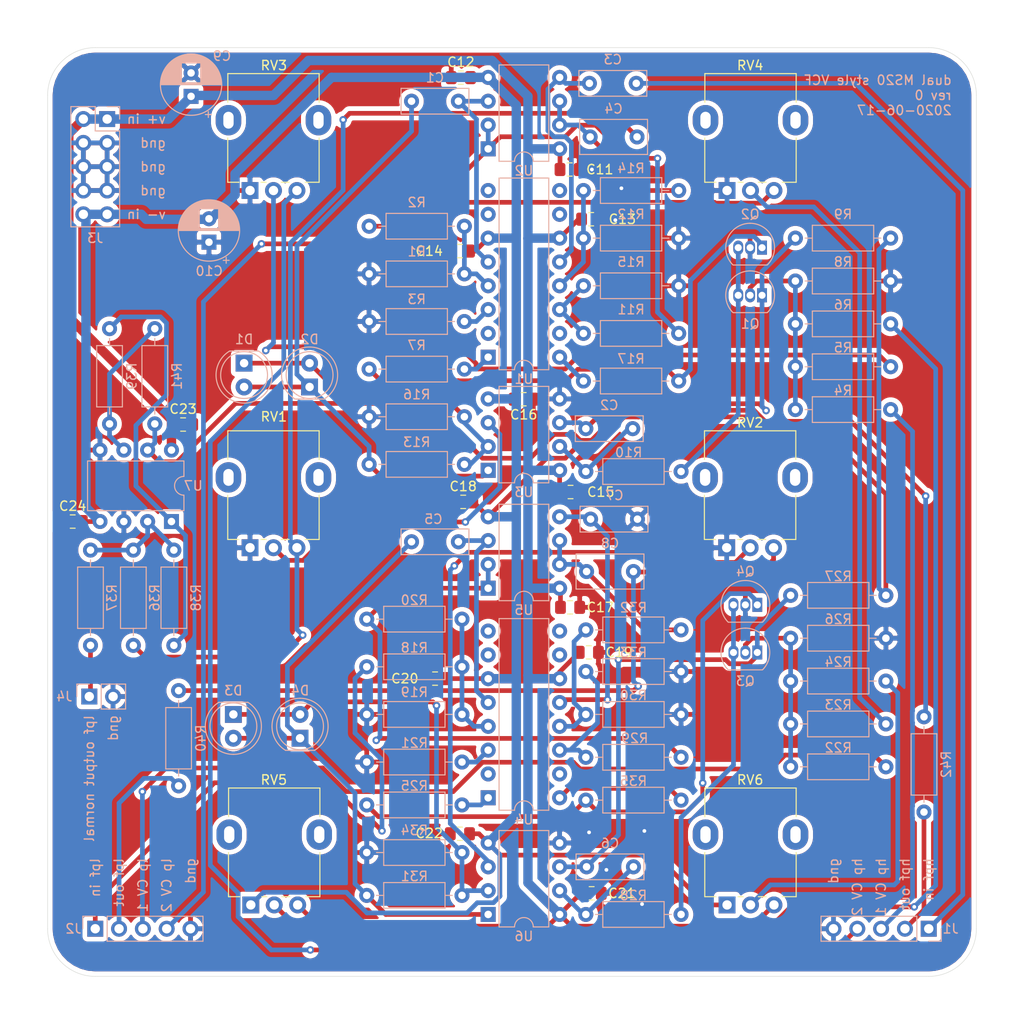
<source format=kicad_pcb>
(kicad_pcb (version 20171130) (host pcbnew 5.1.6-c6e7f7d~86~ubuntu18.04.1)
  (layers (0 F.Cu signal) (31 B.Cu signal) (34 B.Paste user) (35 F.Paste user) (36 B.SilkS user) (37 F.SilkS user) (38 B.Mask user) (39 F.Mask user) (44 Edge.Cuts user))
  (net 0 "")
  (net 1 "Net-(C1-Pad2)")
  (net 2 "Net-(C1-Pad1)")
  (net 3 "Net-(C2-Pad2)")
  (net 4 "Net-(C2-Pad1)")
  (net 5 /HPF/hpf_in)
  (net 6 "Net-(C3-Pad1)")
  (net 7 "Net-(C4-Pad2)")
  (net 8 /high_pass)
  (net 9 "Net-(C5-Pad2)")
  (net 10 "Net-(C5-Pad1)")
  (net 11 "Net-(C6-Pad2)")
  (net 12 "Net-(C6-Pad1)")
  (net 13 GND)
  (net 14 "Net-(C7-Pad1)")
  (net 15 "Net-(C8-Pad2)")
  (net 16 /LPF/lpf_out)
  (net 17 +12V)
  (net 18 -12V)
  (net 19 "Net-(D1-Pad1)")
  (net 20 "Net-(D3-Pad1)")
  (net 21 "Net-(J1-Pad4)")
  (net 22 /HPF/hpf_cv_in_1)
  (net 23 /summed_hp_lp)
  (net 24 "Net-(J2-Pad4)")
  (net 25 /LPF/lpf_cv_in_1)
  (net 26 /low_pass)
  (net 27 /LPF/lpf_in)
  (net 28 "Net-(Q1-Pad3)")
  (net 29 "Net-(Q1-Pad2)")
  (net 30 /HPF/i_out)
  (net 31 "Net-(Q3-Pad3)")
  (net 32 "Net-(Q3-Pad2)")
  (net 33 /LPF/i_out)
  (net 34 "Net-(R1-Pad1)")
  (net 35 "Net-(R11-Pad2)")
  (net 36 "Net-(R3-Pad1)")
  (net 37 /HPF/hpf_cv_in_2)
  (net 38 /HPF/hpf_cv_in_3)
  (net 39 "Net-(R7-Pad2)")
  (net 40 "Net-(R11-Pad1)")
  (net 41 "Net-(R12-Pad1)")
  (net 42 "Net-(R17-Pad2)")
  (net 43 "Net-(R18-Pad1)")
  (net 44 "Net-(R20-Pad1)")
  (net 45 "Net-(R21-Pad1)")
  (net 46 /LPF/lpf_cv_in_2)
  (net 47 /LPF/lpf_cv_in_3)
  (net 48 "Net-(R25-Pad2)")
  (net 49 "Net-(R29-Pad1)")
  (net 50 "Net-(R30-Pad1)")
  (net 51 "Net-(R35-Pad2)")
  (net 52 "Net-(R36-Pad1)")
  (net 53 "Net-(R38-Pad1)")
  (net 54 "Net-(R39-Pad1)")
  (net 55 "Net-(R41-Pad1)")
  (net 56 "Net-(RV1-Pad2)")
  (net 57 "Net-(RV2-Pad2)")
  (net 58 "Net-(U1-Pad8)")
  (net 59 "Net-(U1-Pad15)")
  (net 60 "Net-(U1-Pad7)")
  (net 61 "Net-(U1-Pad10)")
  (net 62 "Net-(U1-Pad2)")
  (net 63 "Net-(U1-Pad9)")
  (net 64 "Net-(U4-Pad8)")
  (net 65 "Net-(U4-Pad15)")
  (net 66 "Net-(U4-Pad7)")
  (net 67 "Net-(U4-Pad10)")
  (net 68 "Net-(U4-Pad2)")
  (net 69 "Net-(U4-Pad9)")
  (net 70 "Net-(J4-Pad1)")
  (module Connector_PinHeader_2.54mm:PinHeader_1x02_P2.54mm_Vertical (layer B.Cu) (at 106.045 120.015 270)
    (fp_text reference J4 (at 0 2.667 180) (layer B.SilkS) (effects (justify mirror)))
    (fp_text value lpf_output_normal)
    (pad 2 thru_hole oval (at 0 -2.54 270) (size 1.7 1.7) (drill 1) (layers *.Cu *.Mask) (net 13 GND))
    (pad 1 thru_hole rect (at 0 0 270) (size 1.7 1.7) (drill 1) (layers *.Cu *.Mask) (net 70 "Net-(J4-Pad1)"))
  )
  (module Connector_PinHeader_2.54mm:PinHeader_2x05_P2.54mm_Vertical (layer B.Cu) (at 107.95 58.42 180)
    (fp_text reference J3 (at 1.27 -12.7) (layer B.SilkS) (effects (justify mirror)))
    (fp_text value power_in)
    (pad 10 thru_hole oval (at 2.54 -10.16 180) (size 1.7 1.7) (drill 1) (layers *.Cu *.Mask) (net 18 -12V))
    (pad 9 thru_hole oval (at 0 -10.16 180) (size 1.7 1.7) (drill 1) (layers *.Cu *.Mask) (net 18 -12V))
    (pad 8 thru_hole oval (at 2.54 -7.62 180) (size 1.7 1.7) (drill 1) (layers *.Cu *.Mask) (net 13 GND))
    (pad 7 thru_hole oval (at 0 -7.62 180) (size 1.7 1.7) (drill 1) (layers *.Cu *.Mask) (net 13 GND))
    (pad 6 thru_hole oval (at 2.54 -5.08 180) (size 1.7 1.7) (drill 1) (layers *.Cu *.Mask) (net 13 GND))
    (pad 5 thru_hole oval (at 0 -5.08 180) (size 1.7 1.7) (drill 1) (layers *.Cu *.Mask) (net 13 GND))
    (pad 4 thru_hole oval (at 2.54 -2.54 180) (size 1.7 1.7) (drill 1) (layers *.Cu *.Mask) (net 13 GND))
    (pad 3 thru_hole oval (at 0 -2.54 180) (size 1.7 1.7) (drill 1) (layers *.Cu *.Mask) (net 13 GND))
    (pad 2 thru_hole oval (at 2.54 0 180) (size 1.7 1.7) (drill 1) (layers *.Cu *.Mask) (net 17 +12V))
    (pad 1 thru_hole rect (at 0 0 180) (size 1.7 1.7) (drill 1) (layers *.Cu *.Mask) (net 17 +12V))
  )
  (module Capacitor_SMD:C_0805_2012Metric_Pad1.15x1.40mm_HandSolder (layer F.Cu) (at 104.275 101.35)
    (fp_text reference C24 (at 0 -1.65) (layer F.SilkS))
    (fp_text value 100nF)
    (pad 2 smd roundrect (at 1.025 0) (size 1.15 1.4) (layers F.Cu F.Paste F.Mask) (roundrect_rratio 0.217391) (net 18 -12V))
    (pad 1 smd roundrect (at -1.025 0) (size 1.15 1.4) (layers F.Cu F.Paste F.Mask) (roundrect_rratio 0.217391) (net 13 GND))
  )
  (module Capacitor_SMD:C_0805_2012Metric_Pad1.15x1.40mm_HandSolder (layer F.Cu) (at 116.05 91)
    (fp_text reference C23 (at 0 -1.65) (layer F.SilkS))
    (fp_text value 100nF)
    (pad 2 smd roundrect (at 1.025 0) (size 1.15 1.4) (layers F.Cu F.Paste F.Mask) (roundrect_rratio 0.217391) (net 13 GND))
    (pad 1 smd roundrect (at -1.025 0) (size 1.15 1.4) (layers F.Cu F.Paste F.Mask) (roundrect_rratio 0.217391) (net 17 +12V))
  )
  (module Capacitor_SMD:C_0805_2012Metric_Pad1.15x1.40mm_HandSolder (layer F.Cu) (at 145.575 134.65)
    (fp_text reference C22 (at -3.275 -0.05) (layer F.SilkS))
    (fp_text value 100nF)
    (pad 2 smd roundrect (at 1.025 0) (size 1.15 1.4) (layers F.Cu F.Paste F.Mask) (roundrect_rratio 0.217391) (net 18 -12V))
    (pad 1 smd roundrect (at -1.025 0) (size 1.15 1.4) (layers F.Cu F.Paste F.Mask) (roundrect_rratio 0.217391) (net 13 GND))
  )
  (module Capacitor_SMD:C_0805_2012Metric_Pad1.15x1.40mm_HandSolder (layer F.Cu) (at 159.625 141)
    (fp_text reference C21 (at 3.225 0) (layer F.SilkS))
    (fp_text value 100nF)
    (pad 2 smd roundrect (at 1.025 0) (size 1.15 1.4) (layers F.Cu F.Paste F.Mask) (roundrect_rratio 0.217391) (net 13 GND))
    (pad 1 smd roundrect (at -1.025 0) (size 1.15 1.4) (layers F.Cu F.Paste F.Mask) (roundrect_rratio 0.217391) (net 17 +12V))
  )
  (module Capacitor_SMD:C_0805_2012Metric_Pad1.15x1.40mm_HandSolder (layer F.Cu) (at 142.925 118.1)
    (fp_text reference C20 (at -3.225 0) (layer F.SilkS))
    (fp_text value 100nF)
    (pad 2 smd roundrect (at 1.025 0) (size 1.15 1.4) (layers F.Cu F.Paste F.Mask) (roundrect_rratio 0.217391) (net 18 -12V))
    (pad 1 smd roundrect (at -1.025 0) (size 1.15 1.4) (layers F.Cu F.Paste F.Mask) (roundrect_rratio 0.217391) (net 13 GND))
  )
  (module Capacitor_SMD:C_0805_2012Metric_Pad1.15x1.40mm_HandSolder (layer F.Cu) (at 159.325 115.3)
    (fp_text reference C19 (at 3.225 0) (layer F.SilkS))
    (fp_text value 100nF)
    (pad 2 smd roundrect (at 1.025 0) (size 1.15 1.4) (layers F.Cu F.Paste F.Mask) (roundrect_rratio 0.217391) (net 13 GND))
    (pad 1 smd roundrect (at -1.025 0) (size 1.15 1.4) (layers F.Cu F.Paste F.Mask) (roundrect_rratio 0.217391) (net 17 +12V))
  )
  (module Capacitor_SMD:C_0805_2012Metric_Pad1.15x1.40mm_HandSolder (layer F.Cu) (at 145.925 99.25)
    (fp_text reference C18 (at 0 -1.65) (layer F.SilkS))
    (fp_text value 100nF)
    (pad 2 smd roundrect (at 1.025 0) (size 1.15 1.4) (layers F.Cu F.Paste F.Mask) (roundrect_rratio 0.217391) (net 18 -12V))
    (pad 1 smd roundrect (at -1.025 0) (size 1.15 1.4) (layers F.Cu F.Paste F.Mask) (roundrect_rratio 0.217391) (net 13 GND))
  )
  (module Capacitor_SMD:C_0805_2012Metric_Pad1.15x1.40mm_HandSolder (layer F.Cu) (at 157.325 110.5)
    (fp_text reference C17 (at 3.225 0) (layer F.SilkS))
    (fp_text value 100nF)
    (pad 2 smd roundrect (at 1.025 0) (size 1.15 1.4) (layers F.Cu F.Paste F.Mask) (roundrect_rratio 0.217391) (net 13 GND))
    (pad 1 smd roundrect (at -1.025 0) (size 1.15 1.4) (layers F.Cu F.Paste F.Mask) (roundrect_rratio 0.217391) (net 17 +12V))
  )
  (module Capacitor_SMD:C_0805_2012Metric_Pad1.15x1.40mm_HandSolder (layer F.Cu) (at 152.375 88.3 180)
    (fp_text reference C16 (at 0 -1.65) (layer F.SilkS))
    (fp_text value 100nF)
    (pad 2 smd roundrect (at 1.025 0 180) (size 1.15 1.4) (layers F.Cu F.Paste F.Mask) (roundrect_rratio 0.217391) (net 18 -12V))
    (pad 1 smd roundrect (at -1.025 0 180) (size 1.15 1.4) (layers F.Cu F.Paste F.Mask) (roundrect_rratio 0.217391) (net 13 GND))
  )
  (module Capacitor_SMD:C_0805_2012Metric_Pad1.15x1.40mm_HandSolder (layer F.Cu) (at 157.375 98.2)
    (fp_text reference C15 (at 3.225 0) (layer F.SilkS))
    (fp_text value 100nF)
    (pad 2 smd roundrect (at 1.025 0) (size 1.15 1.4) (layers F.Cu F.Paste F.Mask) (roundrect_rratio 0.217391) (net 13 GND))
    (pad 1 smd roundrect (at -1.025 0) (size 1.15 1.4) (layers F.Cu F.Paste F.Mask) (roundrect_rratio 0.217391) (net 17 +12V))
  )
  (module Capacitor_SMD:C_0805_2012Metric_Pad1.15x1.40mm_HandSolder (layer F.Cu) (at 145.575 72.5)
    (fp_text reference C14 (at -3.275 0) (layer F.SilkS))
    (fp_text value 100nF)
    (pad 2 smd roundrect (at 1.025 0) (size 1.15 1.4) (layers F.Cu F.Paste F.Mask) (roundrect_rratio 0.217391) (net 18 -12V))
    (pad 1 smd roundrect (at -1.025 0) (size 1.15 1.4) (layers F.Cu F.Paste F.Mask) (roundrect_rratio 0.217391) (net 13 GND))
  )
  (module Capacitor_SMD:C_0805_2012Metric_Pad1.15x1.40mm_HandSolder (layer F.Cu) (at 159.575 69.1)
    (fp_text reference C13 (at 3.325 0) (layer F.SilkS))
    (fp_text value 100nF)
    (pad 2 smd roundrect (at 1.025 0) (size 1.15 1.4) (layers F.Cu F.Paste F.Mask) (roundrect_rratio 0.217391) (net 13 GND))
    (pad 1 smd roundrect (at -1.025 0) (size 1.15 1.4) (layers F.Cu F.Paste F.Mask) (roundrect_rratio 0.217391) (net 17 +12V))
  )
  (module Capacitor_SMD:C_0805_2012Metric_Pad1.15x1.40mm_HandSolder (layer F.Cu) (at 145.675 54)
    (fp_text reference C12 (at 0 -1.65) (layer F.SilkS))
    (fp_text value 100nF)
    (pad 2 smd roundrect (at 1.025 0) (size 1.15 1.4) (layers F.Cu F.Paste F.Mask) (roundrect_rratio 0.217391) (net 18 -12V))
    (pad 1 smd roundrect (at -1.025 0) (size 1.15 1.4) (layers F.Cu F.Paste F.Mask) (roundrect_rratio 0.217391) (net 13 GND))
  )
  (module Capacitor_SMD:C_0805_2012Metric_Pad1.15x1.40mm_HandSolder (layer F.Cu) (at 157.275 63.8)
    (fp_text reference C11 (at 3.225 0) (layer F.SilkS))
    (fp_text value 100nF)
    (pad 2 smd roundrect (at 1.025 0) (size 1.15 1.4) (layers F.Cu F.Paste F.Mask) (roundrect_rratio 0.217391) (net 13 GND))
    (pad 1 smd roundrect (at -1.025 0) (size 1.15 1.4) (layers F.Cu F.Paste F.Mask) (roundrect_rratio 0.217391) (net 17 +12V))
  )
  (module Package_DIP:DIP-8_W7.62mm (layer B.Cu) (at 114.808 101.346 90)
    (fp_text reference U7 (at 3.81 2.33 180) (layer B.SilkS) (effects (justify mirror)))
    (fp_text value TL072)
    (pad 8 thru_hole oval (at 7.62 0 90) (size 1.6 1.6) (drill 0.8) (layers *.Cu *.Mask) (net 17 +12V))
    (pad 4 thru_hole oval (at 0 -7.62 90) (size 1.6 1.6) (drill 0.8) (layers *.Cu *.Mask) (net 18 -12V))
    (pad 7 thru_hole oval (at 7.62 -2.54 90) (size 1.6 1.6) (drill 0.8) (layers *.Cu *.Mask) (net 55 "Net-(R41-Pad1)"))
    (pad 3 thru_hole oval (at 0 -5.08 90) (size 1.6 1.6) (drill 0.8) (layers *.Cu *.Mask) (net 13 GND))
    (pad 6 thru_hole oval (at 7.62 -5.08 90) (size 1.6 1.6) (drill 0.8) (layers *.Cu *.Mask) (net 54 "Net-(R39-Pad1)"))
    (pad 2 thru_hole oval (at 0 -2.54 90) (size 1.6 1.6) (drill 0.8) (layers *.Cu *.Mask) (net 52 "Net-(R36-Pad1)"))
    (pad 5 thru_hole oval (at 7.62 -7.62 90) (size 1.6 1.6) (drill 0.8) (layers *.Cu *.Mask) (net 13 GND))
    (pad 1 thru_hole rect (at 0 0 90) (size 1.6 1.6) (drill 0.8) (layers *.Cu *.Mask) (net 53 "Net-(R38-Pad1)"))
  )
  (module Package_DIP:DIP-8_W7.62mm (layer B.Cu) (at 148.59 143.256)
    (fp_text reference U6 (at 3.81 2.33) (layer B.SilkS) (effects (justify mirror)))
    (fp_text value MC1458)
    (pad 8 thru_hole oval (at 7.62 0) (size 1.6 1.6) (drill 0.8) (layers *.Cu *.Mask) (net 17 +12V))
    (pad 4 thru_hole oval (at 0 -7.62) (size 1.6 1.6) (drill 0.8) (layers *.Cu *.Mask) (net 18 -12V))
    (pad 7 thru_hole oval (at 7.62 -2.54) (size 1.6 1.6) (drill 0.8) (layers *.Cu *.Mask) (net 12 "Net-(C6-Pad1)"))
    (pad 3 thru_hole oval (at 0 -5.08) (size 1.6 1.6) (drill 0.8) (layers *.Cu *.Mask) (net 57 "Net-(RV2-Pad2)"))
    (pad 6 thru_hole oval (at 7.62 -5.08) (size 1.6 1.6) (drill 0.8) (layers *.Cu *.Mask) (net 11 "Net-(C6-Pad2)"))
    (pad 2 thru_hole oval (at 0 -2.54) (size 1.6 1.6) (drill 0.8) (layers *.Cu *.Mask) (net 20 "Net-(D3-Pad1)"))
    (pad 5 thru_hole oval (at 7.62 -7.62) (size 1.6 1.6) (drill 0.8) (layers *.Cu *.Mask) (net 13 GND))
    (pad 1 thru_hole rect (at 0 0) (size 1.6 1.6) (drill 0.8) (layers *.Cu *.Mask) (net 9 "Net-(C5-Pad2)"))
  )
  (module Package_DIP:DIP-8_W7.62mm (layer B.Cu) (at 148.59 108.458)
    (fp_text reference U5 (at 3.81 2.33) (layer B.SilkS) (effects (justify mirror)))
    (fp_text value MC1458)
    (pad 8 thru_hole oval (at 7.62 0) (size 1.6 1.6) (drill 0.8) (layers *.Cu *.Mask) (net 17 +12V))
    (pad 4 thru_hole oval (at 0 -7.62) (size 1.6 1.6) (drill 0.8) (layers *.Cu *.Mask) (net 18 -12V))
    (pad 7 thru_hole oval (at 7.62 -2.54) (size 1.6 1.6) (drill 0.8) (layers *.Cu *.Mask) (net 15 "Net-(C8-Pad2)"))
    (pad 3 thru_hole oval (at 0 -5.08) (size 1.6 1.6) (drill 0.8) (layers *.Cu *.Mask) (net 10 "Net-(C5-Pad1)"))
    (pad 6 thru_hole oval (at 7.62 -5.08) (size 1.6 1.6) (drill 0.8) (layers *.Cu *.Mask) (net 15 "Net-(C8-Pad2)"))
    (pad 2 thru_hole oval (at 0 -2.54) (size 1.6 1.6) (drill 0.8) (layers *.Cu *.Mask) (net 44 "Net-(R20-Pad1)"))
    (pad 5 thru_hole oval (at 7.62 -7.62) (size 1.6 1.6) (drill 0.8) (layers *.Cu *.Mask) (net 14 "Net-(C7-Pad1)"))
    (pad 1 thru_hole rect (at 0 0) (size 1.6 1.6) (drill 0.8) (layers *.Cu *.Mask) (net 44 "Net-(R20-Pad1)"))
  )
  (module Package_DIP:DIP-16_W7.62mm (layer B.Cu) (at 148.59 130.81)
    (fp_text reference U4 (at 3.81 2.33) (layer B.SilkS) (effects (justify mirror)))
    (fp_text value LM13700)
    (pad 16 thru_hole oval (at 7.62 0) (size 1.6 1.6) (drill 0.8) (layers *.Cu *.Mask) (net 51 "Net-(R35-Pad2)"))
    (pad 8 thru_hole oval (at 0 -17.78) (size 1.6 1.6) (drill 0.8) (layers *.Cu *.Mask) (net 64 "Net-(U4-Pad8)"))
    (pad 15 thru_hole oval (at 7.62 -2.54) (size 1.6 1.6) (drill 0.8) (layers *.Cu *.Mask) (net 65 "Net-(U4-Pad15)"))
    (pad 7 thru_hole oval (at 0 -15.24) (size 1.6 1.6) (drill 0.8) (layers *.Cu *.Mask) (net 66 "Net-(U4-Pad7)"))
    (pad 14 thru_hole oval (at 7.62 -5.08) (size 1.6 1.6) (drill 0.8) (layers *.Cu *.Mask) (net 49 "Net-(R29-Pad1)"))
    (pad 6 thru_hole oval (at 0 -12.7) (size 1.6 1.6) (drill 0.8) (layers *.Cu *.Mask) (net 18 -12V))
    (pad 13 thru_hole oval (at 7.62 -7.62) (size 1.6 1.6) (drill 0.8) (layers *.Cu *.Mask) (net 50 "Net-(R30-Pad1)"))
    (pad 5 thru_hole oval (at 0 -10.16) (size 1.6 1.6) (drill 0.8) (layers *.Cu *.Mask) (net 10 "Net-(C5-Pad1)"))
    (pad 12 thru_hole oval (at 7.62 -10.16) (size 1.6 1.6) (drill 0.8) (layers *.Cu *.Mask) (net 14 "Net-(C7-Pad1)"))
    (pad 4 thru_hole oval (at 0 -7.62) (size 1.6 1.6) (drill 0.8) (layers *.Cu *.Mask) (net 43 "Net-(R18-Pad1)"))
    (pad 11 thru_hole oval (at 7.62 -12.7) (size 1.6 1.6) (drill 0.8) (layers *.Cu *.Mask) (net 17 +12V))
    (pad 3 thru_hole oval (at 0 -5.08) (size 1.6 1.6) (drill 0.8) (layers *.Cu *.Mask) (net 45 "Net-(R21-Pad1)"))
    (pad 10 thru_hole oval (at 7.62 -15.24) (size 1.6 1.6) (drill 0.8) (layers *.Cu *.Mask) (net 67 "Net-(U4-Pad10)"))
    (pad 2 thru_hole oval (at 0 -2.54) (size 1.6 1.6) (drill 0.8) (layers *.Cu *.Mask) (net 68 "Net-(U4-Pad2)"))
    (pad 9 thru_hole oval (at 7.62 -17.78) (size 1.6 1.6) (drill 0.8) (layers *.Cu *.Mask) (net 69 "Net-(U4-Pad9)"))
    (pad 1 thru_hole rect (at 0 0) (size 1.6 1.6) (drill 0.8) (layers *.Cu *.Mask) (net 48 "Net-(R25-Pad2)"))
  )
  (module Package_DIP:DIP-8_W7.62mm (layer B.Cu) (at 148.59 95.885)
    (fp_text reference U3 (at 3.81 2.33) (layer B.SilkS) (effects (justify mirror)))
    (fp_text value MC1458)
    (pad 8 thru_hole oval (at 7.62 0) (size 1.6 1.6) (drill 0.8) (layers *.Cu *.Mask) (net 17 +12V))
    (pad 4 thru_hole oval (at 0 -7.62) (size 1.6 1.6) (drill 0.8) (layers *.Cu *.Mask) (net 18 -12V))
    (pad 7 thru_hole oval (at 7.62 -2.54) (size 1.6 1.6) (drill 0.8) (layers *.Cu *.Mask) (net 4 "Net-(C2-Pad1)"))
    (pad 3 thru_hole oval (at 0 -5.08) (size 1.6 1.6) (drill 0.8) (layers *.Cu *.Mask) (net 56 "Net-(RV1-Pad2)"))
    (pad 6 thru_hole oval (at 7.62 -5.08) (size 1.6 1.6) (drill 0.8) (layers *.Cu *.Mask) (net 3 "Net-(C2-Pad2)"))
    (pad 2 thru_hole oval (at 0 -2.54) (size 1.6 1.6) (drill 0.8) (layers *.Cu *.Mask) (net 19 "Net-(D1-Pad1)"))
    (pad 5 thru_hole oval (at 7.62 -7.62) (size 1.6 1.6) (drill 0.8) (layers *.Cu *.Mask) (net 13 GND))
    (pad 1 thru_hole rect (at 0 0) (size 1.6 1.6) (drill 0.8) (layers *.Cu *.Mask) (net 1 "Net-(C1-Pad2)"))
  )
  (module Package_DIP:DIP-8_W7.62mm (layer B.Cu) (at 148.59 61.595)
    (fp_text reference U2 (at 3.81 2.33) (layer B.SilkS) (effects (justify mirror)))
    (fp_text value MC1458)
    (pad 8 thru_hole oval (at 7.62 0) (size 1.6 1.6) (drill 0.8) (layers *.Cu *.Mask) (net 17 +12V))
    (pad 4 thru_hole oval (at 0 -7.62) (size 1.6 1.6) (drill 0.8) (layers *.Cu *.Mask) (net 18 -12V))
    (pad 7 thru_hole oval (at 7.62 -2.54) (size 1.6 1.6) (drill 0.8) (layers *.Cu *.Mask) (net 7 "Net-(C4-Pad2)"))
    (pad 3 thru_hole oval (at 0 -5.08) (size 1.6 1.6) (drill 0.8) (layers *.Cu *.Mask) (net 2 "Net-(C1-Pad1)"))
    (pad 6 thru_hole oval (at 7.62 -5.08) (size 1.6 1.6) (drill 0.8) (layers *.Cu *.Mask) (net 7 "Net-(C4-Pad2)"))
    (pad 2 thru_hole oval (at 0 -2.54) (size 1.6 1.6) (drill 0.8) (layers *.Cu *.Mask) (net 35 "Net-(R11-Pad2)"))
    (pad 5 thru_hole oval (at 7.62 -7.62) (size 1.6 1.6) (drill 0.8) (layers *.Cu *.Mask) (net 6 "Net-(C3-Pad1)"))
    (pad 1 thru_hole rect (at 0 0) (size 1.6 1.6) (drill 0.8) (layers *.Cu *.Mask) (net 35 "Net-(R11-Pad2)"))
  )
  (module Package_DIP:DIP-16_W7.62mm (layer B.Cu) (at 148.59 83.82)
    (fp_text reference U1 (at 3.81 2.33) (layer B.SilkS) (effects (justify mirror)))
    (fp_text value LM13700)
    (pad 16 thru_hole oval (at 7.62 0) (size 1.6 1.6) (drill 0.8) (layers *.Cu *.Mask) (net 42 "Net-(R17-Pad2)"))
    (pad 8 thru_hole oval (at 0 -17.78) (size 1.6 1.6) (drill 0.8) (layers *.Cu *.Mask) (net 58 "Net-(U1-Pad8)"))
    (pad 15 thru_hole oval (at 7.62 -2.54) (size 1.6 1.6) (drill 0.8) (layers *.Cu *.Mask) (net 59 "Net-(U1-Pad15)"))
    (pad 7 thru_hole oval (at 0 -15.24) (size 1.6 1.6) (drill 0.8) (layers *.Cu *.Mask) (net 60 "Net-(U1-Pad7)"))
    (pad 14 thru_hole oval (at 7.62 -5.08) (size 1.6 1.6) (drill 0.8) (layers *.Cu *.Mask) (net 40 "Net-(R11-Pad1)"))
    (pad 6 thru_hole oval (at 0 -12.7) (size 1.6 1.6) (drill 0.8) (layers *.Cu *.Mask) (net 18 -12V))
    (pad 13 thru_hole oval (at 7.62 -7.62) (size 1.6 1.6) (drill 0.8) (layers *.Cu *.Mask) (net 41 "Net-(R12-Pad1)"))
    (pad 5 thru_hole oval (at 0 -10.16) (size 1.6 1.6) (drill 0.8) (layers *.Cu *.Mask) (net 2 "Net-(C1-Pad1)"))
    (pad 12 thru_hole oval (at 7.62 -10.16) (size 1.6 1.6) (drill 0.8) (layers *.Cu *.Mask) (net 6 "Net-(C3-Pad1)"))
    (pad 4 thru_hole oval (at 0 -7.62) (size 1.6 1.6) (drill 0.8) (layers *.Cu *.Mask) (net 34 "Net-(R1-Pad1)"))
    (pad 11 thru_hole oval (at 7.62 -12.7) (size 1.6 1.6) (drill 0.8) (layers *.Cu *.Mask) (net 17 +12V))
    (pad 3 thru_hole oval (at 0 -5.08) (size 1.6 1.6) (drill 0.8) (layers *.Cu *.Mask) (net 36 "Net-(R3-Pad1)"))
    (pad 10 thru_hole oval (at 7.62 -15.24) (size 1.6 1.6) (drill 0.8) (layers *.Cu *.Mask) (net 61 "Net-(U1-Pad10)"))
    (pad 2 thru_hole oval (at 0 -2.54) (size 1.6 1.6) (drill 0.8) (layers *.Cu *.Mask) (net 62 "Net-(U1-Pad2)"))
    (pad 9 thru_hole oval (at 7.62 -17.78) (size 1.6 1.6) (drill 0.8) (layers *.Cu *.Mask) (net 63 "Net-(U1-Pad9)"))
    (pad 1 thru_hole rect (at 0 0) (size 1.6 1.6) (drill 0.8) (layers *.Cu *.Mask) (net 39 "Net-(R7-Pad2)"))
  )
  (module Potentiometer_THT:Potentiometer_Alpha_RD901F-40-00D_Single_Vertical (layer F.Cu) (at 174.07 142.24 90)
    (fp_text reference RV6 (at 13.335 2.46) (layer F.SilkS))
    (fp_text value 100k)
    (pad "" thru_hole oval (at 7.5 -2.3 180) (size 2.72 3.24) (drill oval 1.1 1.8) (layers *.Cu *.Mask))
    (pad "" thru_hole oval (at 7.5 7.3 180) (size 2.72 3.24) (drill oval 1.1 1.8) (layers *.Cu *.Mask))
    (pad 3 thru_hole circle (at 0 5 180) (size 1.8 1.8) (drill 1) (layers *.Cu *.Mask) (net 17 +12V))
    (pad 2 thru_hole circle (at 0 2.5 180) (size 1.8 1.8) (drill 1) (layers *.Cu *.Mask) (net 47 /LPF/lpf_cv_in_3))
    (pad 1 thru_hole rect (at 0 0 180) (size 1.8 1.8) (drill 1) (layers *.Cu *.Mask) (net 18 -12V))
  )
  (module Potentiometer_THT:Potentiometer_Alpha_RD901F-40-00D_Single_Vertical (layer F.Cu) (at 123.27 142.24 90)
    (fp_text reference RV5 (at 13.335 2.46) (layer F.SilkS))
    (fp_text value 100k)
    (pad "" thru_hole oval (at 7.5 -2.3 180) (size 2.72 3.24) (drill oval 1.1 1.8) (layers *.Cu *.Mask))
    (pad "" thru_hole oval (at 7.5 7.3 180) (size 2.72 3.24) (drill oval 1.1 1.8) (layers *.Cu *.Mask))
    (pad 3 thru_hole circle (at 0 5 180) (size 1.8 1.8) (drill 1) (layers *.Cu *.Mask) (net 17 +12V))
    (pad 2 thru_hole circle (at 0 2.5 180) (size 1.8 1.8) (drill 1) (layers *.Cu *.Mask) (net 38 /HPF/hpf_cv_in_3))
    (pad 1 thru_hole rect (at 0 0 180) (size 1.8 1.8) (drill 1) (layers *.Cu *.Mask) (net 18 -12V))
  )
  (module Potentiometer_THT:Potentiometer_Alpha_RD901F-40-00D_Single_Vertical (layer F.Cu) (at 174.07 66.04 90)
    (fp_text reference RV4 (at 13.335 2.46) (layer F.SilkS))
    (fp_text value 100k)
    (pad "" thru_hole oval (at 7.5 -2.3 180) (size 2.72 3.24) (drill oval 1.1 1.8) (layers *.Cu *.Mask))
    (pad "" thru_hole oval (at 7.5 7.3 180) (size 2.72 3.24) (drill oval 1.1 1.8) (layers *.Cu *.Mask))
    (pad 3 thru_hole circle (at 0 5 180) (size 1.8 1.8) (drill 1) (layers *.Cu *.Mask) (net 24 "Net-(J2-Pad4)"))
    (pad 2 thru_hole circle (at 0 2.5 180) (size 1.8 1.8) (drill 1) (layers *.Cu *.Mask) (net 46 /LPF/lpf_cv_in_2))
    (pad 1 thru_hole rect (at 0 0 180) (size 1.8 1.8) (drill 1) (layers *.Cu *.Mask) (net 13 GND))
  )
  (module Potentiometer_THT:Potentiometer_Alpha_RD901F-40-00D_Single_Vertical (layer F.Cu) (at 123.19 66.04 90)
    (fp_text reference RV3 (at 13.335 2.54) (layer F.SilkS))
    (fp_text value 100k)
    (pad "" thru_hole oval (at 7.5 -2.3 180) (size 2.72 3.24) (drill oval 1.1 1.8) (layers *.Cu *.Mask))
    (pad "" thru_hole oval (at 7.5 7.3 180) (size 2.72 3.24) (drill oval 1.1 1.8) (layers *.Cu *.Mask))
    (pad 3 thru_hole circle (at 0 5 180) (size 1.8 1.8) (drill 1) (layers *.Cu *.Mask) (net 21 "Net-(J1-Pad4)"))
    (pad 2 thru_hole circle (at 0 2.5 180) (size 1.8 1.8) (drill 1) (layers *.Cu *.Mask) (net 37 /HPF/hpf_cv_in_2))
    (pad 1 thru_hole rect (at 0 0 180) (size 1.8 1.8) (drill 1) (layers *.Cu *.Mask) (net 13 GND))
  )
  (module Potentiometer_THT:Potentiometer_Alpha_RD901F-40-00D_Single_Vertical (layer F.Cu) (at 174.03 104.14 90)
    (fp_text reference RV2 (at 13.335 2.5) (layer F.SilkS))
    (fp_text value 100k)
    (pad "" thru_hole oval (at 7.5 -2.3 180) (size 2.72 3.24) (drill oval 1.1 1.8) (layers *.Cu *.Mask))
    (pad "" thru_hole oval (at 7.5 7.3 180) (size 2.72 3.24) (drill oval 1.1 1.8) (layers *.Cu *.Mask))
    (pad 3 thru_hole circle (at 0 5 180) (size 1.8 1.8) (drill 1) (layers *.Cu *.Mask) (net 16 /LPF/lpf_out))
    (pad 2 thru_hole circle (at 0 2.5 180) (size 1.8 1.8) (drill 1) (layers *.Cu *.Mask) (net 57 "Net-(RV2-Pad2)"))
    (pad 1 thru_hole rect (at 0 0 180) (size 1.8 1.8) (drill 1) (layers *.Cu *.Mask) (net 13 GND))
  )
  (module Potentiometer_THT:Potentiometer_Alpha_RD901F-40-00D_Single_Vertical (layer F.Cu) (at 123.19 104.14 90)
    (fp_text reference RV1 (at 13.97 2.54) (layer F.SilkS))
    (fp_text value 100k)
    (pad "" thru_hole oval (at 7.5 -2.3 180) (size 2.72 3.24) (drill oval 1.1 1.8) (layers *.Cu *.Mask))
    (pad "" thru_hole oval (at 7.5 7.3 180) (size 2.72 3.24) (drill oval 1.1 1.8) (layers *.Cu *.Mask))
    (pad 3 thru_hole circle (at 0 5 180) (size 1.8 1.8) (drill 1) (layers *.Cu *.Mask) (net 8 /high_pass))
    (pad 2 thru_hole circle (at 0 2.5 180) (size 1.8 1.8) (drill 1) (layers *.Cu *.Mask) (net 56 "Net-(RV1-Pad2)"))
    (pad 1 thru_hole rect (at 0 0 180) (size 1.8 1.8) (drill 1) (layers *.Cu *.Mask) (net 13 GND))
  )
  (module Resistor_THT:R_Axial_DIN0207_L6.3mm_D2.5mm_P10.16mm_Horizontal (layer B.Cu) (at 195.072 132.334 90)
    (fp_text reference R42 (at 5.08 2.37 90) (layer B.SilkS) (effects (justify mirror)))
    (fp_text value 1k)
    (pad 2 thru_hole oval (at 10.16 0 90) (size 1.6 1.6) (drill 0.8) (layers *.Cu *.Mask) (net 55 "Net-(R41-Pad1)"))
    (pad 1 thru_hole circle (at 0 0 90) (size 1.6 1.6) (drill 0.8) (layers *.Cu *.Mask) (net 23 /summed_hp_lp))
  )
  (module Resistor_THT:R_Axial_DIN0207_L6.3mm_D2.5mm_P10.16mm_Horizontal (layer B.Cu) (at 113.03 90.932 90)
    (fp_text reference R41 (at 5.08 2.37 90) (layer B.SilkS) (effects (justify mirror)))
    (fp_text value 100k)
    (pad 2 thru_hole oval (at 10.16 0 90) (size 1.6 1.6) (drill 0.8) (layers *.Cu *.Mask) (net 54 "Net-(R39-Pad1)"))
    (pad 1 thru_hole circle (at 0 0 90) (size 1.6 1.6) (drill 0.8) (layers *.Cu *.Mask) (net 55 "Net-(R41-Pad1)"))
  )
  (module Resistor_THT:R_Axial_DIN0207_L6.3mm_D2.5mm_P10.16mm_Horizontal (layer B.Cu) (at 115.57 129.54 90)
    (fp_text reference R40 (at 5.08 2.37 90) (layer B.SilkS) (effects (justify mirror)))
    (fp_text value 1k)
    (pad 2 thru_hole oval (at 10.16 0 90) (size 1.6 1.6) (drill 0.8) (layers *.Cu *.Mask) (net 16 /LPF/lpf_out))
    (pad 1 thru_hole circle (at 0 0 90) (size 1.6 1.6) (drill 0.8) (layers *.Cu *.Mask) (net 26 /low_pass))
  )
  (module Resistor_THT:R_Axial_DIN0207_L6.3mm_D2.5mm_P10.16mm_Horizontal (layer B.Cu) (at 108.204 90.932 90)
    (fp_text reference R39 (at 5.08 2.37 90) (layer B.SilkS) (effects (justify mirror)))
    (fp_text value 100k)
    (pad 2 thru_hole oval (at 10.16 0 90) (size 1.6 1.6) (drill 0.8) (layers *.Cu *.Mask) (net 53 "Net-(R38-Pad1)"))
    (pad 1 thru_hole circle (at 0 0 90) (size 1.6 1.6) (drill 0.8) (layers *.Cu *.Mask) (net 54 "Net-(R39-Pad1)"))
  )
  (module Resistor_THT:R_Axial_DIN0207_L6.3mm_D2.5mm_P10.16mm_Horizontal (layer B.Cu) (at 115.062 114.554 90)
    (fp_text reference R38 (at 5.08 2.37 90) (layer B.SilkS) (effects (justify mirror)))
    (fp_text value 100k)
    (pad 2 thru_hole oval (at 10.16 0 90) (size 1.6 1.6) (drill 0.8) (layers *.Cu *.Mask) (net 52 "Net-(R36-Pad1)"))
    (pad 1 thru_hole circle (at 0 0 90) (size 1.6 1.6) (drill 0.8) (layers *.Cu *.Mask) (net 53 "Net-(R38-Pad1)"))
  )
  (module Resistor_THT:R_Axial_DIN0207_L6.3mm_D2.5mm_P10.16mm_Horizontal (layer B.Cu) (at 106.172 104.394 270)
    (fp_text reference R37 (at 5.08 -2.286 90) (layer B.SilkS) (effects (justify mirror)))
    (fp_text value 100k)
    (pad 2 thru_hole oval (at 10.16 0 270) (size 1.6 1.6) (drill 0.8) (layers *.Cu *.Mask) (net 70 "Net-(J4-Pad1)"))
    (pad 1 thru_hole circle (at 0 0 270) (size 1.6 1.6) (drill 0.8) (layers *.Cu *.Mask) (net 52 "Net-(R36-Pad1)"))
  )
  (module Resistor_THT:R_Axial_DIN0207_L6.3mm_D2.5mm_P10.16mm_Horizontal (layer B.Cu) (at 110.744 104.394 270)
    (fp_text reference R36 (at 5.08 -2.286 90) (layer B.SilkS) (effects (justify mirror)))
    (fp_text value 100k)
    (pad 2 thru_hole oval (at 10.16 0 270) (size 1.6 1.6) (drill 0.8) (layers *.Cu *.Mask) (net 8 /high_pass))
    (pad 1 thru_hole circle (at 0 0 270) (size 1.6 1.6) (drill 0.8) (layers *.Cu *.Mask) (net 52 "Net-(R36-Pad1)"))
  )
  (module Resistor_THT:R_Axial_DIN0207_L6.3mm_D2.5mm_P10.16mm_Horizontal (layer B.Cu) (at 159.004 131.064)
    (fp_text reference R35 (at 5.08 -2.032) (layer B.SilkS) (effects (justify mirror)))
    (fp_text value 10k)
    (pad 2 thru_hole oval (at 10.16 0) (size 1.6 1.6) (drill 0.8) (layers *.Cu *.Mask) (net 51 "Net-(R35-Pad2)"))
    (pad 1 thru_hole circle (at 0 0) (size 1.6 1.6) (drill 0.8) (layers *.Cu *.Mask) (net 33 /LPF/i_out))
  )
  (module Resistor_THT:R_Axial_DIN0207_L6.3mm_D2.5mm_P10.16mm_Horizontal (layer B.Cu) (at 145.796 136.652 180)
    (fp_text reference R34 (at 5.08 2.37) (layer B.SilkS) (effects (justify mirror)))
    (fp_text value 1k8)
    (pad 2 thru_hole oval (at 10.16 0 180) (size 1.6 1.6) (drill 0.8) (layers *.Cu *.Mask) (net 13 GND))
    (pad 1 thru_hole circle (at 0 0 180) (size 1.6 1.6) (drill 0.8) (layers *.Cu *.Mask) (net 20 "Net-(D3-Pad1)"))
  )
  (module Resistor_THT:R_Axial_DIN0207_L6.3mm_D2.5mm_P10.16mm_Horizontal (layer B.Cu) (at 159.004 117.348)
    (fp_text reference R33 (at 5.08 -2.032) (layer B.SilkS) (effects (justify mirror)))
    (fp_text value 220)
    (pad 2 thru_hole oval (at 10.16 0) (size 1.6 1.6) (drill 0.8) (layers *.Cu *.Mask) (net 13 GND))
    (pad 1 thru_hole circle (at 0 0) (size 1.6 1.6) (drill 0.8) (layers *.Cu *.Mask) (net 49 "Net-(R29-Pad1)"))
  )
  (module Resistor_THT:R_Axial_DIN0207_L6.3mm_D2.5mm_P10.16mm_Horizontal (layer B.Cu) (at 169.164 112.903 180)
    (fp_text reference R32 (at 5.08 2.37) (layer B.SilkS) (effects (justify mirror)))
    (fp_text value 10k)
    (pad 2 thru_hole oval (at 10.16 0 180) (size 1.6 1.6) (drill 0.8) (layers *.Cu *.Mask) (net 50 "Net-(R30-Pad1)"))
    (pad 1 thru_hole circle (at 0 0 180) (size 1.6 1.6) (drill 0.8) (layers *.Cu *.Mask) (net 15 "Net-(C8-Pad2)"))
  )
  (module Resistor_THT:R_Axial_DIN0207_L6.3mm_D2.5mm_P10.16mm_Horizontal (layer B.Cu) (at 145.796 141.224 180)
    (fp_text reference R31 (at 5.08 2.032) (layer B.SilkS) (effects (justify mirror)))
    (fp_text value 10k)
    (pad 2 thru_hole oval (at 10.16 0 180) (size 1.6 1.6) (drill 0.8) (layers *.Cu *.Mask) (net 9 "Net-(C5-Pad2)"))
    (pad 1 thru_hole circle (at 0 0 180) (size 1.6 1.6) (drill 0.8) (layers *.Cu *.Mask) (net 20 "Net-(D3-Pad1)"))
  )
  (module Resistor_THT:R_Axial_DIN0207_L6.3mm_D2.5mm_P10.16mm_Horizontal (layer B.Cu) (at 159.004 121.92)
    (fp_text reference R30 (at 5.08 -2.032) (layer B.SilkS) (effects (justify mirror)))
    (fp_text value 220)
    (pad 2 thru_hole oval (at 10.16 0) (size 1.6 1.6) (drill 0.8) (layers *.Cu *.Mask) (net 13 GND))
    (pad 1 thru_hole circle (at 0 0) (size 1.6 1.6) (drill 0.8) (layers *.Cu *.Mask) (net 50 "Net-(R30-Pad1)"))
  )
  (module Resistor_THT:R_Axial_DIN0207_L6.3mm_D2.5mm_P10.16mm_Horizontal (layer B.Cu) (at 159.004 126.492)
    (fp_text reference R29 (at 5.207 -2.032) (layer B.SilkS) (effects (justify mirror)))
    (fp_text value 10k)
    (pad 2 thru_hole oval (at 10.16 0) (size 1.6 1.6) (drill 0.8) (layers *.Cu *.Mask) (net 44 "Net-(R20-Pad1)"))
    (pad 1 thru_hole circle (at 0 0) (size 1.6 1.6) (drill 0.8) (layers *.Cu *.Mask) (net 49 "Net-(R29-Pad1)"))
  )
  (module Resistor_THT:R_Axial_DIN0207_L6.3mm_D2.5mm_P10.16mm_Horizontal (layer B.Cu) (at 159.004 143.256)
    (fp_text reference R28 (at 5.08 -2.032) (layer B.SilkS) (effects (justify mirror)))
    (fp_text value 4k7)
    (pad 2 thru_hole oval (at 10.16 0) (size 1.6 1.6) (drill 0.8) (layers *.Cu *.Mask) (net 31 "Net-(Q3-Pad3)"))
    (pad 1 thru_hole circle (at 0 0) (size 1.6 1.6) (drill 0.8) (layers *.Cu *.Mask) (net 12 "Net-(C6-Pad1)"))
  )
  (module Resistor_THT:R_Axial_DIN0207_L6.3mm_D2.5mm_P10.16mm_Horizontal (layer B.Cu) (at 180.848 109.22)
    (fp_text reference R27 (at 5.08 -2.032) (layer B.SilkS) (effects (justify mirror)))
    (fp_text value 470k)
    (pad 2 thru_hole oval (at 10.16 0) (size 1.6 1.6) (drill 0.8) (layers *.Cu *.Mask) (net 18 -12V))
    (pad 1 thru_hole circle (at 0 0) (size 1.6 1.6) (drill 0.8) (layers *.Cu *.Mask) (net 11 "Net-(C6-Pad2)"))
  )
  (module Resistor_THT:R_Axial_DIN0207_L6.3mm_D2.5mm_P10.16mm_Horizontal (layer B.Cu) (at 180.848 113.792)
    (fp_text reference R26 (at 5.08 -2.032) (layer B.SilkS) (effects (justify mirror)))
    (fp_text value 1k8)
    (pad 2 thru_hole oval (at 10.16 0) (size 1.6 1.6) (drill 0.8) (layers *.Cu *.Mask) (net 13 GND))
    (pad 1 thru_hole circle (at 0 0) (size 1.6 1.6) (drill 0.8) (layers *.Cu *.Mask) (net 32 "Net-(Q3-Pad2)"))
  )
  (module Resistor_THT:R_Axial_DIN0207_L6.3mm_D2.5mm_P10.16mm_Horizontal (layer B.Cu) (at 135.636 131.572)
    (fp_text reference R25 (at 5.08 -2.032) (layer B.SilkS) (effects (justify mirror)))
    (fp_text value 10k)
    (pad 2 thru_hole oval (at 10.16 0) (size 1.6 1.6) (drill 0.8) (layers *.Cu *.Mask) (net 48 "Net-(R25-Pad2)"))
    (pad 1 thru_hole circle (at 0 0) (size 1.6 1.6) (drill 0.8) (layers *.Cu *.Mask) (net 33 /LPF/i_out))
  )
  (module Resistor_THT:R_Axial_DIN0207_L6.3mm_D2.5mm_P10.16mm_Horizontal (layer B.Cu) (at 180.848 118.364)
    (fp_text reference R24 (at 5.08 -2.032) (layer B.SilkS) (effects (justify mirror)))
    (fp_text value 100k)
    (pad 2 thru_hole oval (at 10.16 0) (size 1.6 1.6) (drill 0.8) (layers *.Cu *.Mask) (net 47 /LPF/lpf_cv_in_3))
    (pad 1 thru_hole circle (at 0 0) (size 1.6 1.6) (drill 0.8) (layers *.Cu *.Mask) (net 32 "Net-(Q3-Pad2)"))
  )
  (module Resistor_THT:R_Axial_DIN0207_L6.3mm_D2.5mm_P10.16mm_Horizontal (layer B.Cu) (at 180.848 122.936)
    (fp_text reference R23 (at 5.08 -2.032) (layer B.SilkS) (effects (justify mirror)))
    (fp_text value 100k)
    (pad 2 thru_hole oval (at 10.16 0) (size 1.6 1.6) (drill 0.8) (layers *.Cu *.Mask) (net 46 /LPF/lpf_cv_in_2))
    (pad 1 thru_hole circle (at 0 0) (size 1.6 1.6) (drill 0.8) (layers *.Cu *.Mask) (net 32 "Net-(Q3-Pad2)"))
  )
  (module Resistor_THT:R_Axial_DIN0207_L6.3mm_D2.5mm_P10.16mm_Horizontal (layer B.Cu) (at 180.848 127.508)
    (fp_text reference R22 (at 5.08 -2.032) (layer B.SilkS) (effects (justify mirror)))
    (fp_text value 100k)
    (pad 2 thru_hole oval (at 10.16 0) (size 1.6 1.6) (drill 0.8) (layers *.Cu *.Mask) (net 25 /LPF/lpf_cv_in_1))
    (pad 1 thru_hole circle (at 0 0) (size 1.6 1.6) (drill 0.8) (layers *.Cu *.Mask) (net 32 "Net-(Q3-Pad2)"))
  )
  (module Resistor_THT:R_Axial_DIN0207_L6.3mm_D2.5mm_P10.16mm_Horizontal (layer B.Cu) (at 145.796 127 180)
    (fp_text reference R21 (at 5.08 2.032) (layer B.SilkS) (effects (justify mirror)))
    (fp_text value 220)
    (pad 2 thru_hole oval (at 10.16 0 180) (size 1.6 1.6) (drill 0.8) (layers *.Cu *.Mask) (net 13 GND))
    (pad 1 thru_hole circle (at 0 0 180) (size 1.6 1.6) (drill 0.8) (layers *.Cu *.Mask) (net 45 "Net-(R21-Pad1)"))
  )
  (module Resistor_THT:R_Axial_DIN0207_L6.3mm_D2.5mm_P10.16mm_Horizontal (layer B.Cu) (at 135.636 111.76)
    (fp_text reference R20 (at 5.08 -2.032) (layer B.SilkS) (effects (justify mirror)))
    (fp_text value 10k)
    (pad 2 thru_hole oval (at 10.16 0) (size 1.6 1.6) (drill 0.8) (layers *.Cu *.Mask) (net 43 "Net-(R18-Pad1)"))
    (pad 1 thru_hole circle (at 0 0) (size 1.6 1.6) (drill 0.8) (layers *.Cu *.Mask) (net 44 "Net-(R20-Pad1)"))
  )
  (module Resistor_THT:R_Axial_DIN0207_L6.3mm_D2.5mm_P10.16mm_Horizontal (layer B.Cu) (at 145.796 121.92 180)
    (fp_text reference R19 (at 5.08 2.37) (layer B.SilkS) (effects (justify mirror)))
    (fp_text value 220)
    (pad 2 thru_hole oval (at 10.16 0 180) (size 1.6 1.6) (drill 0.8) (layers *.Cu *.Mask) (net 13 GND))
    (pad 1 thru_hole circle (at 0 0 180) (size 1.6 1.6) (drill 0.8) (layers *.Cu *.Mask) (net 43 "Net-(R18-Pad1)"))
  )
  (module Resistor_THT:R_Axial_DIN0207_L6.3mm_D2.5mm_P10.16mm_Horizontal (layer B.Cu) (at 145.796 116.84 180)
    (fp_text reference R18 (at 5.08 2.032) (layer B.SilkS) (effects (justify mirror)))
    (fp_text value 10k)
    (pad 2 thru_hole oval (at 10.16 0 180) (size 1.6 1.6) (drill 0.8) (layers *.Cu *.Mask) (net 27 /LPF/lpf_in))
    (pad 1 thru_hole circle (at 0 0 180) (size 1.6 1.6) (drill 0.8) (layers *.Cu *.Mask) (net 43 "Net-(R18-Pad1)"))
  )
  (module Resistor_THT:R_Axial_DIN0207_L6.3mm_D2.5mm_P10.16mm_Horizontal (layer B.Cu) (at 168.91 86.36 180)
    (fp_text reference R17 (at 5.08 2.37) (layer B.SilkS) (effects (justify mirror)))
    (fp_text value 10k)
    (pad 2 thru_hole oval (at 10.16 0 180) (size 1.6 1.6) (drill 0.8) (layers *.Cu *.Mask) (net 42 "Net-(R17-Pad2)"))
    (pad 1 thru_hole circle (at 0 0 180) (size 1.6 1.6) (drill 0.8) (layers *.Cu *.Mask) (net 30 /HPF/i_out))
  )
  (module Resistor_THT:R_Axial_DIN0207_L6.3mm_D2.5mm_P10.16mm_Horizontal (layer B.Cu) (at 146.05 90.17 180)
    (fp_text reference R16 (at 5.08 2.37) (layer B.SilkS) (effects (justify mirror)))
    (fp_text value 1k8)
    (pad 2 thru_hole oval (at 10.16 0 180) (size 1.6 1.6) (drill 0.8) (layers *.Cu *.Mask) (net 13 GND))
    (pad 1 thru_hole circle (at 0 0 180) (size 1.6 1.6) (drill 0.8) (layers *.Cu *.Mask) (net 19 "Net-(D1-Pad1)"))
  )
  (module Resistor_THT:R_Axial_DIN0207_L6.3mm_D2.5mm_P10.16mm_Horizontal (layer B.Cu) (at 158.75 76.2)
    (fp_text reference R15 (at 5.08 -2.54) (layer B.SilkS) (effects (justify mirror)))
    (fp_text value 220)
    (pad 2 thru_hole oval (at 10.16 0) (size 1.6 1.6) (drill 0.8) (layers *.Cu *.Mask) (net 13 GND))
    (pad 1 thru_hole circle (at 0 0) (size 1.6 1.6) (drill 0.8) (layers *.Cu *.Mask) (net 40 "Net-(R11-Pad1)"))
  )
  (module Resistor_THT:R_Axial_DIN0207_L6.3mm_D2.5mm_P10.16mm_Horizontal (layer B.Cu) (at 168.91 66.04 180)
    (fp_text reference R14 (at 5.08 2.37) (layer B.SilkS) (effects (justify mirror)))
    (fp_text value 10k)
    (pad 2 thru_hole oval (at 10.16 0 180) (size 1.6 1.6) (drill 0.8) (layers *.Cu *.Mask) (net 41 "Net-(R12-Pad1)"))
    (pad 1 thru_hole circle (at 0 0 180) (size 1.6 1.6) (drill 0.8) (layers *.Cu *.Mask) (net 7 "Net-(C4-Pad2)"))
  )
  (module Resistor_THT:R_Axial_DIN0207_L6.3mm_D2.5mm_P10.16mm_Horizontal (layer B.Cu) (at 146.05 95.25 180)
    (fp_text reference R13 (at 5.08 2.37) (layer B.SilkS) (effects (justify mirror)))
    (fp_text value 10k)
    (pad 2 thru_hole oval (at 10.16 0 180) (size 1.6 1.6) (drill 0.8) (layers *.Cu *.Mask) (net 1 "Net-(C1-Pad2)"))
    (pad 1 thru_hole circle (at 0 0 180) (size 1.6 1.6) (drill 0.8) (layers *.Cu *.Mask) (net 19 "Net-(D1-Pad1)"))
  )
  (module Resistor_THT:R_Axial_DIN0207_L6.3mm_D2.5mm_P10.16mm_Horizontal (layer B.Cu) (at 158.75 71.12)
    (fp_text reference R12 (at 5.08 -2.54) (layer B.SilkS) (effects (justify mirror)))
    (fp_text value 220)
    (pad 2 thru_hole oval (at 10.16 0) (size 1.6 1.6) (drill 0.8) (layers *.Cu *.Mask) (net 13 GND))
    (pad 1 thru_hole circle (at 0 0) (size 1.6 1.6) (drill 0.8) (layers *.Cu *.Mask) (net 41 "Net-(R12-Pad1)"))
  )
  (module Resistor_THT:R_Axial_DIN0207_L6.3mm_D2.5mm_P10.16mm_Horizontal (layer B.Cu) (at 158.75 81.28)
    (fp_text reference R11 (at 5.08 -2.54) (layer B.SilkS) (effects (justify mirror)))
    (fp_text value 10k)
    (pad 2 thru_hole oval (at 10.16 0) (size 1.6 1.6) (drill 0.8) (layers *.Cu *.Mask) (net 35 "Net-(R11-Pad2)"))
    (pad 1 thru_hole circle (at 0 0) (size 1.6 1.6) (drill 0.8) (layers *.Cu *.Mask) (net 40 "Net-(R11-Pad1)"))
  )
  (module Resistor_THT:R_Axial_DIN0207_L6.3mm_D2.5mm_P10.16mm_Horizontal (layer B.Cu) (at 159.004 96.012)
    (fp_text reference R10 (at 4.572 -2.032) (layer B.SilkS) (effects (justify mirror)))
    (fp_text value 4k7)
    (pad 2 thru_hole oval (at 10.16 0) (size 1.6 1.6) (drill 0.8) (layers *.Cu *.Mask) (net 28 "Net-(Q1-Pad3)"))
    (pad 1 thru_hole circle (at 0 0) (size 1.6 1.6) (drill 0.8) (layers *.Cu *.Mask) (net 4 "Net-(C2-Pad1)"))
  )
  (module Resistor_THT:R_Axial_DIN0207_L6.3mm_D2.5mm_P10.16mm_Horizontal (layer B.Cu) (at 181.356 71.12)
    (fp_text reference R9 (at 5.08 -2.54) (layer B.SilkS) (effects (justify mirror)))
    (fp_text value 470k)
    (pad 2 thru_hole oval (at 10.16 0) (size 1.6 1.6) (drill 0.8) (layers *.Cu *.Mask) (net 18 -12V))
    (pad 1 thru_hole circle (at 0 0) (size 1.6 1.6) (drill 0.8) (layers *.Cu *.Mask) (net 3 "Net-(C2-Pad2)"))
  )
  (module Resistor_THT:R_Axial_DIN0207_L6.3mm_D2.5mm_P10.16mm_Horizontal (layer B.Cu) (at 181.356 75.692)
    (fp_text reference R8 (at 5.08 -2.032) (layer B.SilkS) (effects (justify mirror)))
    (fp_text value 1k8)
    (pad 2 thru_hole oval (at 10.16 0) (size 1.6 1.6) (drill 0.8) (layers *.Cu *.Mask) (net 13 GND))
    (pad 1 thru_hole circle (at 0 0) (size 1.6 1.6) (drill 0.8) (layers *.Cu *.Mask) (net 29 "Net-(Q1-Pad2)"))
  )
  (module Resistor_THT:R_Axial_DIN0207_L6.3mm_D2.5mm_P10.16mm_Horizontal (layer B.Cu) (at 135.89 85.09)
    (fp_text reference R7 (at 5.08 -2.54) (layer B.SilkS) (effects (justify mirror)))
    (fp_text value 10k)
    (pad 2 thru_hole oval (at 10.16 0) (size 1.6 1.6) (drill 0.8) (layers *.Cu *.Mask) (net 39 "Net-(R7-Pad2)"))
    (pad 1 thru_hole circle (at 0 0) (size 1.6 1.6) (drill 0.8) (layers *.Cu *.Mask) (net 30 /HPF/i_out))
  )
  (module Resistor_THT:R_Axial_DIN0207_L6.3mm_D2.5mm_P10.16mm_Horizontal (layer B.Cu) (at 181.356 80.264)
    (fp_text reference R6 (at 5.08 -2.032) (layer B.SilkS) (effects (justify mirror)))
    (fp_text value 100k)
    (pad 2 thru_hole oval (at 10.16 0) (size 1.6 1.6) (drill 0.8) (layers *.Cu *.Mask) (net 38 /HPF/hpf_cv_in_3))
    (pad 1 thru_hole circle (at 0 0) (size 1.6 1.6) (drill 0.8) (layers *.Cu *.Mask) (net 29 "Net-(Q1-Pad2)"))
  )
  (module Resistor_THT:R_Axial_DIN0207_L6.3mm_D2.5mm_P10.16mm_Horizontal (layer B.Cu) (at 181.356 84.836)
    (fp_text reference R5 (at 5.08 -2.032) (layer B.SilkS) (effects (justify mirror)))
    (fp_text value 100k)
    (pad 2 thru_hole oval (at 10.16 0) (size 1.6 1.6) (drill 0.8) (layers *.Cu *.Mask) (net 37 /HPF/hpf_cv_in_2))
    (pad 1 thru_hole circle (at 0 0) (size 1.6 1.6) (drill 0.8) (layers *.Cu *.Mask) (net 29 "Net-(Q1-Pad2)"))
  )
  (module Resistor_THT:R_Axial_DIN0207_L6.3mm_D2.5mm_P10.16mm_Horizontal (layer B.Cu) (at 181.356 89.408)
    (fp_text reference R4 (at 5.08 -2.032) (layer B.SilkS) (effects (justify mirror)))
    (fp_text value 100k)
    (pad 2 thru_hole oval (at 10.16 0) (size 1.6 1.6) (drill 0.8) (layers *.Cu *.Mask) (net 22 /HPF/hpf_cv_in_1))
    (pad 1 thru_hole circle (at 0 0) (size 1.6 1.6) (drill 0.8) (layers *.Cu *.Mask) (net 29 "Net-(Q1-Pad2)"))
  )
  (module Resistor_THT:R_Axial_DIN0207_L6.3mm_D2.5mm_P10.16mm_Horizontal (layer B.Cu) (at 146.05 80.01 180)
    (fp_text reference R3 (at 5.08 2.37) (layer B.SilkS) (effects (justify mirror)))
    (fp_text value 220)
    (pad 2 thru_hole oval (at 10.16 0 180) (size 1.6 1.6) (drill 0.8) (layers *.Cu *.Mask) (net 13 GND))
    (pad 1 thru_hole circle (at 0 0 180) (size 1.6 1.6) (drill 0.8) (layers *.Cu *.Mask) (net 36 "Net-(R3-Pad1)"))
  )
  (module Resistor_THT:R_Axial_DIN0207_L6.3mm_D2.5mm_P10.16mm_Horizontal (layer B.Cu) (at 135.89 69.85)
    (fp_text reference R2 (at 5.08 -2.54) (layer B.SilkS) (effects (justify mirror)))
    (fp_text value 10k)
    (pad 2 thru_hole oval (at 10.16 0) (size 1.6 1.6) (drill 0.8) (layers *.Cu *.Mask) (net 34 "Net-(R1-Pad1)"))
    (pad 1 thru_hole circle (at 0 0) (size 1.6 1.6) (drill 0.8) (layers *.Cu *.Mask) (net 35 "Net-(R11-Pad2)"))
  )
  (module Resistor_THT:R_Axial_DIN0207_L6.3mm_D2.5mm_P10.16mm_Horizontal (layer B.Cu) (at 146.05 74.93 180)
    (fp_text reference R1 (at 5.08 2.37) (layer B.SilkS) (effects (justify mirror)))
    (fp_text value 220)
    (pad 2 thru_hole oval (at 10.16 0 180) (size 1.6 1.6) (drill 0.8) (layers *.Cu *.Mask) (net 13 GND))
    (pad 1 thru_hole circle (at 0 0 180) (size 1.6 1.6) (drill 0.8) (layers *.Cu *.Mask) (net 34 "Net-(R1-Pad1)"))
  )
  (module Package_TO_SOT_THT:TO-92_Inline (layer B.Cu) (at 177.292 110.236 180)
    (fp_text reference Q4 (at 1.27 3.56) (layer B.SilkS) (effects (justify mirror)))
    (fp_text value BC558)
    (pad 1 thru_hole rect (at 0 0 180) (size 1.05 1.5) (drill 0.75) (layers *.Cu *.Mask) (net 33 /LPF/i_out))
    (pad 3 thru_hole oval (at 2.54 0 180) (size 1.05 1.5) (drill 0.75) (layers *.Cu *.Mask) (net 31 "Net-(Q3-Pad3)"))
    (pad 2 thru_hole oval (at 1.27 0 180) (size 1.05 1.5) (drill 0.75) (layers *.Cu *.Mask) (net 13 GND))
  )
  (module Package_TO_SOT_THT:TO-92_Inline (layer B.Cu) (at 177.292 115.316 180)
    (fp_text reference Q3 (at 1.27 -3.048) (layer B.SilkS) (effects (justify mirror)))
    (fp_text value BC558)
    (pad 1 thru_hole rect (at 0 0 180) (size 1.05 1.5) (drill 0.75) (layers *.Cu *.Mask) (net 11 "Net-(C6-Pad2)"))
    (pad 3 thru_hole oval (at 2.54 0 180) (size 1.05 1.5) (drill 0.75) (layers *.Cu *.Mask) (net 31 "Net-(Q3-Pad3)"))
    (pad 2 thru_hole oval (at 1.27 0 180) (size 1.05 1.5) (drill 0.75) (layers *.Cu *.Mask) (net 32 "Net-(Q3-Pad2)"))
  )
  (module Package_TO_SOT_THT:TO-92_Inline (layer B.Cu) (at 177.8 72.136 180)
    (fp_text reference Q2 (at 1.27 3.56) (layer B.SilkS) (effects (justify mirror)))
    (fp_text value BC558)
    (pad 1 thru_hole rect (at 0 0 180) (size 1.05 1.5) (drill 0.75) (layers *.Cu *.Mask) (net 30 /HPF/i_out))
    (pad 3 thru_hole oval (at 2.54 0 180) (size 1.05 1.5) (drill 0.75) (layers *.Cu *.Mask) (net 28 "Net-(Q1-Pad3)"))
    (pad 2 thru_hole oval (at 1.27 0 180) (size 1.05 1.5) (drill 0.75) (layers *.Cu *.Mask) (net 13 GND))
  )
  (module Package_TO_SOT_THT:TO-92_Inline (layer B.Cu) (at 177.8 77.216 180)
    (fp_text reference Q1 (at 1.27 -3.048) (layer B.SilkS) (effects (justify mirror)))
    (fp_text value BC558)
    (pad 1 thru_hole rect (at 0 0 180) (size 1.05 1.5) (drill 0.75) (layers *.Cu *.Mask) (net 3 "Net-(C2-Pad2)"))
    (pad 3 thru_hole oval (at 2.54 0 180) (size 1.05 1.5) (drill 0.75) (layers *.Cu *.Mask) (net 28 "Net-(Q1-Pad3)"))
    (pad 2 thru_hole oval (at 1.27 0 180) (size 1.05 1.5) (drill 0.75) (layers *.Cu *.Mask) (net 29 "Net-(Q1-Pad2)"))
  )
  (module Connector_PinHeader_2.54mm:PinHeader_1x05_P2.54mm_Vertical (layer B.Cu) (at 106.68 144.78 270)
    (fp_text reference J2 (at 0 2.33) (layer B.SilkS) (effects (justify mirror)))
    (fp_text value Conn_01x05)
    (pad 5 thru_hole oval (at 0 -10.16 270) (size 1.7 1.7) (drill 1) (layers *.Cu *.Mask) (net 13 GND))
    (pad 4 thru_hole oval (at 0 -7.62 270) (size 1.7 1.7) (drill 1) (layers *.Cu *.Mask) (net 24 "Net-(J2-Pad4)"))
    (pad 3 thru_hole oval (at 0 -5.08 270) (size 1.7 1.7) (drill 1) (layers *.Cu *.Mask) (net 25 /LPF/lpf_cv_in_1))
    (pad 2 thru_hole oval (at 0 -2.54 270) (size 1.7 1.7) (drill 1) (layers *.Cu *.Mask) (net 26 /low_pass))
    (pad 1 thru_hole rect (at 0 0 270) (size 1.7 1.7) (drill 1) (layers *.Cu *.Mask) (net 27 /LPF/lpf_in))
  )
  (module Connector_PinHeader_2.54mm:PinHeader_1x05_P2.54mm_Vertical (layer B.Cu) (at 195.58 144.78 90)
    (fp_text reference J1 (at 0 2.33) (layer B.SilkS) (effects (justify mirror)))
    (fp_text value Conn_01x05)
    (pad 5 thru_hole oval (at 0 -10.16 90) (size 1.7 1.7) (drill 1) (layers *.Cu *.Mask) (net 13 GND))
    (pad 4 thru_hole oval (at 0 -7.62 90) (size 1.7 1.7) (drill 1) (layers *.Cu *.Mask) (net 21 "Net-(J1-Pad4)"))
    (pad 3 thru_hole oval (at 0 -5.08 90) (size 1.7 1.7) (drill 1) (layers *.Cu *.Mask) (net 22 /HPF/hpf_cv_in_1))
    (pad 2 thru_hole oval (at 0 -2.54 90) (size 1.7 1.7) (drill 1) (layers *.Cu *.Mask) (net 23 /summed_hp_lp))
    (pad 1 thru_hole rect (at 0 0 90) (size 1.7 1.7) (drill 1) (layers *.Cu *.Mask) (net 5 /HPF/hpf_in))
  )
  (module LED_THT:LED_D5.0mm (layer B.Cu) (at 128.524 124.46 90)
    (fp_text reference D4 (at 5.08 0 180) (layer B.SilkS) (effects (justify mirror)))
    (fp_text value green)
    (pad 2 thru_hole circle (at 2.54 0 90) (size 1.8 1.8) (drill 0.9) (layers *.Cu *.Mask) (net 20 "Net-(D3-Pad1)"))
    (pad 1 thru_hole rect (at 0 0 90) (size 1.8 1.8) (drill 0.9) (layers *.Cu *.Mask) (net 9 "Net-(C5-Pad2)"))
  )
  (module LED_THT:LED_D5.0mm (layer B.Cu) (at 121.412 121.92 270)
    (fp_text reference D3 (at -2.54 0 180) (layer B.SilkS) (effects (justify mirror)))
    (fp_text value green)
    (pad 2 thru_hole circle (at 2.54 0 270) (size 1.8 1.8) (drill 0.9) (layers *.Cu *.Mask) (net 9 "Net-(C5-Pad2)"))
    (pad 1 thru_hole rect (at 0 0 270) (size 1.8 1.8) (drill 0.9) (layers *.Cu *.Mask) (net 20 "Net-(D3-Pad1)"))
  )
  (module LED_THT:LED_D5.0mm (layer B.Cu) (at 129.54 86.995 90)
    (fp_text reference D2 (at 5.08 0 180) (layer B.SilkS) (effects (justify mirror)))
    (fp_text value green)
    (pad 2 thru_hole circle (at 2.54 0 90) (size 1.8 1.8) (drill 0.9) (layers *.Cu *.Mask) (net 19 "Net-(D1-Pad1)"))
    (pad 1 thru_hole rect (at 0 0 90) (size 1.8 1.8) (drill 0.9) (layers *.Cu *.Mask) (net 1 "Net-(C1-Pad2)"))
  )
  (module LED_THT:LED_D5.0mm (layer B.Cu) (at 122.555 84.455 270)
    (fp_text reference D1 (at -2.54 0 180) (layer B.SilkS) (effects (justify mirror)))
    (fp_text value green)
    (pad 2 thru_hole circle (at 2.54 0 270) (size 1.8 1.8) (drill 0.9) (layers *.Cu *.Mask) (net 1 "Net-(C1-Pad2)"))
    (pad 1 thru_hole rect (at 0 0 270) (size 1.8 1.8) (drill 0.9) (layers *.Cu *.Mask) (net 19 "Net-(D1-Pad1)"))
  )
  (module Capacitor_THT:CP_Radial_D6.3mm_P2.50mm (layer B.Cu) (at 118.8085 71.5518 90)
    (fp_text reference C10 (at -3.08102 0.0254 180) (layer B.SilkS) (effects (justify mirror)))
    (fp_text value 10uF)
    (pad 2 thru_hole circle (at 2.5 0 90) (size 1.6 1.6) (drill 0.8) (layers *.Cu *.Mask) (net 18 -12V))
    (pad 1 thru_hole rect (at 0 0 90) (size 1.6 1.6) (drill 0.8) (layers *.Cu *.Mask) (net 13 GND))
  )
  (module Capacitor_THT:CP_Radial_D6.3mm_P2.50mm (layer B.Cu) (at 116.9 56 90)
    (fp_text reference C9 (at 4.3 3.3 180) (layer B.SilkS) (effects (justify mirror)))
    (fp_text value 10uF)
    (pad 2 thru_hole circle (at 2.5 0 90) (size 1.6 1.6) (drill 0.8) (layers *.Cu *.Mask) (net 13 GND))
    (pad 1 thru_hole rect (at 0 0 90) (size 1.6 1.6) (drill 0.8) (layers *.Cu *.Mask) (net 17 +12V))
  )
  (module Capacitor_THT:C_Rect_L7.0mm_W3.5mm_P5.00mm (layer B.Cu) (at 164.084 106.68 180)
    (fp_text reference C8 (at 2.5 3) (layer B.SilkS) (effects (justify mirror)))
    (fp_text value 470nF)
    (pad 2 thru_hole circle (at 5 0 180) (size 1.6 1.6) (drill 0.8) (layers *.Cu *.Mask) (net 15 "Net-(C8-Pad2)"))
    (pad 1 thru_hole circle (at 0 0 180) (size 1.6 1.6) (drill 0.8) (layers *.Cu *.Mask) (net 16 /LPF/lpf_out))
  )
  (module Capacitor_THT:C_Rect_L7.0mm_W2.5mm_P5.00mm (layer B.Cu) (at 159.512 101.092)
    (fp_text reference C7 (at 2.54 -2.54) (layer B.SilkS) (effects (justify mirror)))
    (fp_text value 1nF)
    (pad 2 thru_hole circle (at 5 0) (size 1.6 1.6) (drill 0.8) (layers *.Cu *.Mask) (net 13 GND))
    (pad 1 thru_hole circle (at 0 0) (size 1.6 1.6) (drill 0.8) (layers *.Cu *.Mask) (net 14 "Net-(C7-Pad1)"))
  )
  (module Capacitor_THT:C_Rect_L7.0mm_W2.5mm_P5.00mm (layer B.Cu) (at 164.084 138.176 180)
    (fp_text reference C6 (at 2.5 2.5) (layer B.SilkS) (effects (justify mirror)))
    (fp_text value 4n7)
    (pad 2 thru_hole circle (at 5 0 180) (size 1.6 1.6) (drill 0.8) (layers *.Cu *.Mask) (net 11 "Net-(C6-Pad2)"))
    (pad 1 thru_hole circle (at 0 0 180) (size 1.6 1.6) (drill 0.8) (layers *.Cu *.Mask) (net 12 "Net-(C6-Pad1)"))
  )
  (module Capacitor_THT:C_Rect_L7.0mm_W2.5mm_P5.00mm (layer B.Cu) (at 145.415 103.505 180)
    (fp_text reference C5 (at 2.667 2.413) (layer B.SilkS) (effects (justify mirror)))
    (fp_text value 1nF)
    (pad 2 thru_hole circle (at 5 0 180) (size 1.6 1.6) (drill 0.8) (layers *.Cu *.Mask) (net 9 "Net-(C5-Pad2)"))
    (pad 1 thru_hole circle (at 0 0 180) (size 1.6 1.6) (drill 0.8) (layers *.Cu *.Mask) (net 10 "Net-(C5-Pad1)"))
  )
  (module Capacitor_THT:C_Rect_L7.0mm_W3.5mm_P5.00mm (layer B.Cu) (at 164.465 60.325 180)
    (fp_text reference C4 (at 2.5 3) (layer B.SilkS) (effects (justify mirror)))
    (fp_text value 470nF)
    (pad 2 thru_hole circle (at 5 0 180) (size 1.6 1.6) (drill 0.8) (layers *.Cu *.Mask) (net 7 "Net-(C4-Pad2)"))
    (pad 1 thru_hole circle (at 0 0 180) (size 1.6 1.6) (drill 0.8) (layers *.Cu *.Mask) (net 8 /high_pass))
  )
  (module Capacitor_THT:C_Rect_L7.0mm_W2.5mm_P5.00mm (layer B.Cu) (at 159.385 54.61)
    (fp_text reference C3 (at 2.5 -2.54) (layer B.SilkS) (effects (justify mirror)))
    (fp_text value 1nF)
    (pad 2 thru_hole circle (at 5 0) (size 1.6 1.6) (drill 0.8) (layers *.Cu *.Mask) (net 5 /HPF/hpf_in))
    (pad 1 thru_hole circle (at 0 0) (size 1.6 1.6) (drill 0.8) (layers *.Cu *.Mask) (net 6 "Net-(C3-Pad1)"))
  )
  (module Capacitor_THT:C_Rect_L7.0mm_W2.5mm_P5.00mm (layer B.Cu) (at 164.004 91.44 180)
    (fp_text reference C2 (at 2.5 2.5) (layer B.SilkS) (effects (justify mirror)))
    (fp_text value 4n7)
    (pad 2 thru_hole circle (at 5 0 180) (size 1.6 1.6) (drill 0.8) (layers *.Cu *.Mask) (net 3 "Net-(C2-Pad2)"))
    (pad 1 thru_hole circle (at 0 0 180) (size 1.6 1.6) (drill 0.8) (layers *.Cu *.Mask) (net 4 "Net-(C2-Pad1)"))
  )
  (module Capacitor_THT:C_Rect_L7.0mm_W2.5mm_P5.00mm (layer B.Cu) (at 145.415 56.515 180)
    (fp_text reference C1 (at 2.5 2.5) (layer B.SilkS) (effects (justify mirror)))
    (fp_text value 1nF)
    (pad 2 thru_hole circle (at 5 0 180) (size 1.6 1.6) (drill 0.8) (layers *.Cu *.Mask) (net 1 "Net-(C1-Pad2)"))
    (pad 1 thru_hole circle (at 0 0 180) (size 1.6 1.6) (drill 0.8) (layers *.Cu *.Mask) (net 2 "Net-(C1-Pad1)"))
  )
  (gr_arc (start 106.68 144.78) (end 101.6 144.78) (angle -90) (layer Edge.Cuts) (width 0.05))
  (gr_arc (start 106.68 55.88) (end 106.68 50.8) (angle -90) (layer Edge.Cuts) (width 0.05))
  (gr_arc (start 195.58 55.88) (end 200.66 55.88) (angle -90) (layer Edge.Cuts) (width 0.05))
  (gr_arc (start 195.58 144.78) (end 195.58 149.86) (angle -90) (layer Edge.Cuts) (width 0.05))
  (gr_text "lpf output normal" (at 106.045 121.92 90) (layer B.SilkS) (effects (font (size 1 1)) (justify left mirror)))
  (gr_text gnd (at 108.585 121.92 90) (layer B.SilkS) (effects (font (size 1 1)) (justify left mirror)))
  (gr_text "dual MS20 style VCF\nrev 0\n2020-06-17" (at 198.12 55.88) (layer B.SilkS) (effects (font (size 1 1)) (justify left mirror)))
  (gr_text "v- in" (at 114.3 68.58) (layer B.SilkS) (effects (font (size 1 1)) (justify left mirror)))
  (gr_text gnd (at 114.3 66.04) (layer B.SilkS) (effects (font (size 1 1)) (justify left mirror)))
  (gr_text gnd (at 114.3 63.5) (layer B.SilkS) (effects (font (size 1 1)) (justify left mirror)))
  (gr_text gnd (at 114.3 60.96) (layer B.SilkS) (effects (font (size 1 1)) (justify left mirror)))
  (gr_text "v+ in" (at 114.3 58.42) (layer B.SilkS) (effects (font (size 1 1)) (justify left mirror)))
  (gr_text "hpf out" (at 193.04 137.16 90) (layer B.SilkS) (effects (font (size 1 1)) (justify left mirror)))
  (gr_text "hpf in" (at 195.58 137.16 90) (layer B.SilkS) (effects (font (size 1 1)) (justify left mirror)))
  (gr_text gnd (at 185.42 137.16 90) (layer B.SilkS) (effects (font (size 1 1)) (justify left mirror)))
  (gr_text "hp CV 2" (at 187.96 137.16 90) (layer B.SilkS) (effects (font (size 1 1)) (justify left mirror)))
  (gr_text "hp CV 1" (at 190.5 137.16 90) (layer B.SilkS) (effects (font (size 1 1)) (justify left mirror)))
  (gr_text "lp CV 2" (at 114.3 137.16 90) (layer B.SilkS) (effects (font (size 1 1)) (justify left mirror)))
  (gr_text "lp CV 1" (at 111.76 137.16 90) (layer B.SilkS) (effects (font (size 1 1)) (justify left mirror)))
  (gr_text "lpf out" (at 109.22 137.16 90) (layer B.SilkS) (effects (font (size 1 1)) (justify left mirror)))
  (gr_text "lpf in" (at 106.68 137.16 90) (layer B.SilkS) (effects (font (size 1 1)) (justify left mirror)))
  (gr_text gnd (at 116.84 137.16 90) (layer B.SilkS) (effects (font (size 1 1)) (justify left mirror)))
  (gr_line (start 195.58 50.8) (end 106.68 50.8) (layer Edge.Cuts) (width 0.05))
  (gr_line (start 200.66 144.78) (end 200.66 55.88) (layer Edge.Cuts) (width 0.05))
  (gr_line (start 106.68 149.86) (end 195.58 149.86) (layer Edge.Cuts) (width 0.05))
  (gr_line (start 101.6 55.88) (end 101.6 144.78) (layer Edge.Cuts) (width 0.05))
  (segment (start 129.54 86.995) (end 122.555 86.995) (width 0.5) (layer F.Cu) (net 1))
  (segment (start 147.974999 96.500001) (end 148.59 95.885) (width 0.5) (layer F.Cu) (net 1))
  (segment (start 137.140001 96.500001) (end 147.974999 96.500001) (width 0.5) (layer F.Cu) (net 1))
  (segment (start 135.89 95.25) (end 137.140001 96.500001) (width 0.5) (layer F.Cu) (net 1))
  (segment (start 135.89 93.345) (end 129.54 86.995) (width 0.5) (layer B.Cu) (net 1))
  (segment (start 135.89 95.25) (end 135.89 93.345) (width 0.5) (layer B.Cu) (net 1))
  (segment (start 128.189999 85.644999) (end 129.54 86.995) (width 0.5) (layer B.Cu) (net 1))
  (segment (start 128.189999 71.936601) (end 128.189999 85.644999) (width 0.5) (layer B.Cu) (net 1))
  (segment (start 140.415 56.515) (end 140.415 59.7116) (width 0.5) (layer B.Cu) (net 1))
  (segment (start 140.415 59.7116) (end 128.189999 71.936601) (width 0.5) (layer B.Cu) (net 1))
  (segment (start 145.415 56.515) (end 148.59 56.515) (width 0.5) (layer B.Cu) (net 2))
  (segment (start 147.339999 58.439999) (end 145.415 56.515) (width 0.5) (layer B.Cu) (net 2))
  (segment (start 147.339999 72.409999) (end 147.339999 58.439999) (width 0.5) (layer B.Cu) (net 2))
  (segment (start 148.59 73.66) (end 147.339999 72.409999) (width 0.5) (layer B.Cu) (net 2))
  (segment (start 158.369 90.805) (end 159.004 91.44) (width 0.5) (layer B.Cu) (net 3))
  (segment (start 156.21 90.805) (end 158.369 90.805) (width 0.5) (layer B.Cu) (net 3))
  (segment (start 177.8 74.676) (end 181.356 71.12) (width 0.5) (layer B.Cu) (net 3))
  (segment (start 177.8 77.216) (end 177.8 74.676) (width 0.5) (layer B.Cu) (net 3))
  (segment (start 177.8 89.0778) (end 178.2318 89.5096) (width 0.5) (layer B.Cu) (net 3))
  (segment (start 177.8 77.216) (end 177.8 89.0778) (width 0.5) (layer B.Cu) (net 3))
  (via (at 178.2318 89.5096) (size 0.8) (drill 0.4) (layers F.Cu B.Cu) (net 3))
  (segment (start 159.004 91.44) (end 161.661322 88.782678) (width 0.5) (layer F.Cu) (net 3))
  (segment (start 177.504878 88.782678) (end 177.831801 89.109601) (width 0.5) (layer F.Cu) (net 3))
  (segment (start 177.831801 89.109601) (end 178.2318 89.5096) (width 0.5) (layer F.Cu) (net 3))
  (segment (start 161.661322 88.782678) (end 177.504878 88.782678) (width 0.5) (layer F.Cu) (net 3))
  (segment (start 156.337 93.345) (end 159.004 96.012) (width 0.5) (layer B.Cu) (net 4))
  (segment (start 156.21 93.345) (end 156.337 93.345) (width 0.5) (layer B.Cu) (net 4))
  (segment (start 163.576 91.44) (end 164.004 91.44) (width 0.5) (layer B.Cu) (net 4))
  (segment (start 159.004 96.012) (end 163.576 91.44) (width 0.5) (layer B.Cu) (net 4))
  (segment (start 199.2122 66.04) (end 187.7822 54.61) (width 0.5) (layer B.Cu) (net 5))
  (segment (start 195.58 144.78) (end 199.2122 141.1478) (width 0.5) (layer B.Cu) (net 5))
  (segment (start 187.7822 54.61) (end 164.385 54.61) (width 0.5) (layer B.Cu) (net 5))
  (segment (start 199.2122 141.1478) (end 199.2122 66.04) (width 0.5) (layer B.Cu) (net 5))
  (segment (start 156.845 54.61) (end 156.21 53.975) (width 0.5) (layer B.Cu) (net 6))
  (segment (start 159.385 54.61) (end 156.845 54.61) (width 0.5) (layer B.Cu) (net 6))
  (segment (start 154.959999 55.225001) (end 156.21 53.975) (width 0.5) (layer B.Cu) (net 6))
  (segment (start 154.959999 59.655001) (end 154.959999 55.225001) (width 0.5) (layer B.Cu) (net 6))
  (segment (start 155.609999 60.305001) (end 154.959999 59.655001) (width 0.5) (layer B.Cu) (net 6))
  (segment (start 156.810001 60.305001) (end 155.609999 60.305001) (width 0.5) (layer B.Cu) (net 6))
  (segment (start 157.460001 60.955001) (end 156.810001 60.305001) (width 0.5) (layer B.Cu) (net 6))
  (segment (start 157.460001 72.409999) (end 157.460001 60.955001) (width 0.5) (layer B.Cu) (net 6))
  (segment (start 156.21 73.66) (end 157.460001 72.409999) (width 0.5) (layer B.Cu) (net 6))
  (segment (start 156.21 56.515) (end 156.21 59.055) (width 0.5) (layer B.Cu) (net 7))
  (segment (start 158.195 59.055) (end 159.465 60.325) (width 0.5) (layer B.Cu) (net 7))
  (segment (start 156.21 59.055) (end 158.195 59.055) (width 0.5) (layer B.Cu) (net 7))
  (segment (start 165.18 66.04) (end 168.91 66.04) (width 0.5) (layer F.Cu) (net 7))
  (segment (start 159.465 60.325) (end 165.18 66.04) (width 0.5) (layer F.Cu) (net 7))
  (via (at 133.1214 58.4962) (size 0.8) (drill 0.4) (layers F.Cu B.Cu) (net 8))
  (segment (start 133.812601 57.804999) (end 133.1214 58.4962) (width 0.5) (layer F.Cu) (net 8))
  (segment (start 164.465 60.325) (end 161.944999 57.804999) (width 0.5) (layer F.Cu) (net 8))
  (segment (start 161.944999 57.804999) (end 133.812601 57.804999) (width 0.5) (layer F.Cu) (net 8))
  (segment (start 127.489989 103.439989) (end 128.19 104.14) (width 0.5) (layer B.Cu) (net 8))
  (segment (start 127.489989 71.646648) (end 127.489989 103.439989) (width 0.5) (layer B.Cu) (net 8))
  (segment (start 133.1214 66.015238) (end 127.489989 71.646648) (width 0.5) (layer B.Cu) (net 8))
  (segment (start 133.1214 58.4962) (end 133.1214 66.015238) (width 0.5) (layer B.Cu) (net 8))
  (segment (start 126.461199 115.804001) (end 128.8034 113.4618) (width 0.5) (layer F.Cu) (net 8))
  (segment (start 110.744 114.554) (end 111.994001 115.804001) (width 0.5) (layer F.Cu) (net 8))
  (via (at 128.8034 113.4618) (size 0.8) (drill 0.4) (layers F.Cu B.Cu) (net 8))
  (segment (start 111.994001 115.804001) (end 126.461199 115.804001) (width 0.5) (layer F.Cu) (net 8))
  (segment (start 128.19 112.8484) (end 128.19 104.14) (width 0.5) (layer B.Cu) (net 8))
  (segment (start 128.8034 113.4618) (end 128.19 112.8484) (width 0.5) (layer B.Cu) (net 8))
  (segment (start 121.412 124.46) (end 128.524 124.46) (width 0.5) (layer F.Cu) (net 9))
  (segment (start 137.668 143.256) (end 148.59 143.256) (width 0.5) (layer F.Cu) (net 9))
  (segment (start 135.636 141.224) (end 137.668 143.256) (width 0.5) (layer F.Cu) (net 9))
  (segment (start 127.173999 116.746001) (end 140.415 103.505) (width 0.5) (layer B.Cu) (net 9))
  (segment (start 128.524 124.46) (end 127.173999 123.109999) (width 0.5) (layer B.Cu) (net 9))
  (segment (start 127.173999 123.109999) (end 127.173999 116.746001) (width 0.5) (layer B.Cu) (net 9))
  (segment (start 134.385999 130.321999) (end 128.524 124.46) (width 0.5) (layer B.Cu) (net 9))
  (segment (start 134.385999 139.973999) (end 134.385999 130.321999) (width 0.5) (layer B.Cu) (net 9))
  (segment (start 135.636 141.224) (end 134.385999 139.973999) (width 0.5) (layer B.Cu) (net 9))
  (segment (start 145.542 103.378) (end 145.415 103.505) (width 0.5) (layer B.Cu) (net 10))
  (segment (start 148.59 103.378) (end 145.542 103.378) (width 0.5) (layer B.Cu) (net 10))
  (segment (start 147.339999 104.628001) (end 148.59 103.378) (width 0.5) (layer B.Cu) (net 10))
  (segment (start 147.339999 119.399999) (end 147.339999 104.628001) (width 0.5) (layer B.Cu) (net 10))
  (segment (start 148.59 120.65) (end 147.339999 119.399999) (width 0.5) (layer B.Cu) (net 10))
  (segment (start 159.084 138.176) (end 156.21 138.176) (width 0.5) (layer B.Cu) (net 11))
  (segment (start 177.292 112.776) (end 180.848 109.22) (width 0.5) (layer B.Cu) (net 11))
  (segment (start 177.292 115.316) (end 177.292 112.776) (width 0.5) (layer B.Cu) (net 11))
  (via (at 162.4838 116.078) (size 0.8) (drill 0.4) (layers F.Cu B.Cu) (net 11))
  (segment (start 159.084 138.176) (end 162.4838 134.7762) (width 0.5) (layer B.Cu) (net 11))
  (segment (start 162.4838 134.7762) (end 162.4838 116.078) (width 0.5) (layer B.Cu) (net 11))
  (segment (start 176.425862 116.51601) (end 177.292 115.649872) (width 0.5) (layer F.Cu) (net 11))
  (segment (start 173.910128 116.078) (end 174.348138 116.51601) (width 0.5) (layer F.Cu) (net 11))
  (segment (start 177.292 115.649872) (end 177.292 115.316) (width 0.5) (layer F.Cu) (net 11))
  (segment (start 174.348138 116.51601) (end 176.425862 116.51601) (width 0.5) (layer F.Cu) (net 11))
  (segment (start 162.4838 116.078) (end 173.910128 116.078) (width 0.5) (layer F.Cu) (net 11))
  (segment (start 158.75 143.256) (end 156.21 140.716) (width 0.5) (layer B.Cu) (net 12))
  (segment (start 159.004 143.256) (end 158.75 143.256) (width 0.5) (layer B.Cu) (net 12))
  (segment (start 164.084 138.176) (end 159.004 143.256) (width 0.5) (layer B.Cu) (net 12))
  (via (at 159.65 63.8) (size 0.8) (drill 0.4) (layers F.Cu B.Cu) (net 13))
  (via (at 162.8 65.8) (size 0.8) (drill 0.4) (layers F.Cu B.Cu) (net 13))
  (via (at 162.15 69.2) (size 0.8) (drill 0.4) (layers F.Cu B.Cu) (net 13))
  (via (at 159.35 134.5) (size 0.8) (drill 0.4) (layers F.Cu B.Cu) (net 13))
  (via (at 165.25 134.35) (size 0.8) (drill 0.4) (layers F.Cu B.Cu) (net 13))
  (via (at 161.2 138.5) (size 0.8) (drill 0.4) (layers F.Cu B.Cu) (net 13))
  (via (at 165 142.15) (size 0.8) (drill 0.4) (layers F.Cu B.Cu) (net 13))
  (segment (start 159.258 100.838) (end 159.512 101.092) (width 0.5) (layer B.Cu) (net 14))
  (segment (start 156.21 100.838) (end 159.258 100.838) (width 0.5) (layer B.Cu) (net 14))
  (via (at 161.3154 120.3452) (size 0.8) (drill 0.4) (layers F.Cu B.Cu) (net 14))
  (segment (start 159.512 101.092) (end 161.3154 102.8954) (width 0.5) (layer B.Cu) (net 14))
  (segment (start 161.3154 102.8954) (end 161.3154 120.3452) (width 0.5) (layer B.Cu) (net 14))
  (segment (start 156.5148 120.3452) (end 156.21 120.65) (width 0.5) (layer F.Cu) (net 14))
  (segment (start 161.3154 120.3452) (end 156.5148 120.3452) (width 0.5) (layer F.Cu) (net 14))
  (segment (start 156.21 103.378) (end 156.21 105.918) (width 0.5) (layer B.Cu) (net 15))
  (segment (start 158.322 105.918) (end 159.084 106.68) (width 0.5) (layer B.Cu) (net 15))
  (segment (start 156.21 105.918) (end 158.322 105.918) (width 0.5) (layer B.Cu) (net 15))
  (segment (start 165.307 112.903) (end 169.164 112.903) (width 0.5) (layer F.Cu) (net 15))
  (segment (start 159.084 106.68) (end 165.307 112.903) (width 0.5) (layer F.Cu) (net 15))
  (via (at 164.592 118.8974) (size 0.8) (drill 0.4) (layers F.Cu B.Cu) (net 16))
  (segment (start 164.084 118.3894) (end 164.084 106.68) (width 0.5) (layer B.Cu) (net 16))
  (segment (start 164.592 118.8974) (end 164.084 118.3894) (width 0.5) (layer B.Cu) (net 16))
  (segment (start 179.03 105.3992) (end 179.03 104.14) (width 0.5) (layer F.Cu) (net 16))
  (segment (start 177.6984 106.7308) (end 179.03 105.3992) (width 0.5) (layer F.Cu) (net 16))
  (segment (start 164.084 106.68) (end 164.1348 106.7308) (width 0.5) (layer F.Cu) (net 16))
  (segment (start 164.1348 106.7308) (end 177.6984 106.7308) (width 0.5) (layer F.Cu) (net 16))
  (segment (start 164.1094 119.38) (end 164.592 118.8974) (width 0.5) (layer F.Cu) (net 16))
  (segment (start 115.57 119.38) (end 164.1094 119.38) (width 0.5) (layer F.Cu) (net 16))
  (segment (start 152.8318 61.8998) (end 153.1366 61.595) (width 1) (layer B.Cu) (net 17))
  (segment (start 156.21 143.256) (end 152.8318 139.8778) (width 1) (layer B.Cu) (net 17))
  (segment (start 153.1366 61.595) (end 156.21 61.595) (width 1) (layer B.Cu) (net 17))
  (segment (start 153.1874 118.11) (end 152.8318 117.7544) (width 1) (layer B.Cu) (net 17))
  (segment (start 152.8318 139.8778) (end 152.8318 117.7544) (width 1) (layer B.Cu) (net 17))
  (segment (start 156.21 118.11) (end 153.1874 118.11) (width 1) (layer B.Cu) (net 17))
  (segment (start 153.0096 108.458) (end 152.8318 108.6358) (width 1) (layer B.Cu) (net 17))
  (segment (start 152.8318 117.7544) (end 152.8318 108.6358) (width 1) (layer B.Cu) (net 17))
  (segment (start 156.21 108.458) (end 153.0096 108.458) (width 1) (layer B.Cu) (net 17))
  (segment (start 153.2636 95.885) (end 152.8318 96.3168) (width 1) (layer B.Cu) (net 17))
  (segment (start 156.21 95.885) (end 153.2636 95.885) (width 1) (layer B.Cu) (net 17))
  (segment (start 152.8318 108.6358) (end 152.8318 96.3168) (width 1) (layer B.Cu) (net 17))
  (segment (start 152.8572 71.12) (end 152.8318 71.1454) (width 1) (layer B.Cu) (net 17))
  (segment (start 156.21 71.12) (end 152.8572 71.12) (width 1) (layer B.Cu) (net 17))
  (segment (start 152.8318 96.3168) (end 152.8318 71.1454) (width 1) (layer B.Cu) (net 17))
  (segment (start 152.8318 71.1454) (end 152.8318 61.8998) (width 1) (layer B.Cu) (net 17))
  (segment (start 176.803999 144.506001) (end 179.07 142.24) (width 0.5) (layer F.Cu) (net 17))
  (segment (start 157.460001 144.506001) (end 176.803999 144.506001) (width 0.5) (layer F.Cu) (net 17))
  (segment (start 156.21 143.256) (end 157.460001 144.506001) (width 0.5) (layer F.Cu) (net 17))
  (segment (start 105.41 58.42) (end 107.95 58.42) (width 1) (layer B.Cu) (net 17))
  (segment (start 154.959999 144.506001) (end 156.21 143.256) (width 0.5) (layer F.Cu) (net 17))
  (segment (start 130.536001 144.506001) (end 154.959999 144.506001) (width 0.5) (layer F.Cu) (net 17))
  (segment (start 128.27 142.24) (end 130.536001 144.506001) (width 0.5) (layer F.Cu) (net 17))
  (segment (start 103.859999 59.970001) (end 105.41 58.42) (width 1) (layer F.Cu) (net 17))
  (segment (start 103.859999 79.541997) (end 103.859999 59.970001) (width 1) (layer F.Cu) (net 17))
  (segment (start 114.808 90.489998) (end 103.859999 79.541997) (width 1) (layer F.Cu) (net 17))
  (segment (start 114.808 93.726) (end 114.808 90.489998) (width 1) (layer F.Cu) (net 17))
  (segment (start 114.48 58.42) (end 117 55.9) (width 1) (layer B.Cu) (net 17))
  (segment (start 152.8318 55.996798) (end 152.8318 61.8998) (width 1) (layer B.Cu) (net 17))
  (segment (start 107.95 58.42) (end 114.48 58.42) (width 1) (layer B.Cu) (net 17))
  (segment (start 117 55.9) (end 125.7 55.9) (width 1) (layer B.Cu) (net 17))
  (segment (start 125.7 55.9) (end 129.4284 52.1716) (width 1) (layer B.Cu) (net 17))
  (segment (start 129.4284 52.1716) (end 149.006602 52.1716) (width 1) (layer B.Cu) (net 17))
  (segment (start 149.006602 52.1716) (end 152.8318 55.996798) (width 1) (layer B.Cu) (net 17))
  (segment (start 156.25 61.635) (end 156.21 61.595) (width 0.5) (layer F.Cu) (net 17))
  (segment (start 156.25 63.8) (end 156.25 61.635) (width 0.5) (layer F.Cu) (net 17))
  (segment (start 158.23 69.1) (end 156.21 71.12) (width 0.5) (layer F.Cu) (net 17))
  (segment (start 158.55 69.1) (end 158.23 69.1) (width 0.5) (layer F.Cu) (net 17))
  (segment (start 156.21 98.06) (end 156.35 98.2) (width 0.5) (layer F.Cu) (net 17))
  (segment (start 156.21 95.885) (end 156.21 98.06) (width 0.5) (layer F.Cu) (net 17))
  (segment (start 156.3 108.548) (end 156.21 108.458) (width 0.5) (layer F.Cu) (net 17))
  (segment (start 156.3 110.5) (end 156.3 108.548) (width 0.5) (layer F.Cu) (net 17))
  (segment (start 156.21 117.39) (end 158.3 115.3) (width 0.5) (layer F.Cu) (net 17))
  (segment (start 156.21 118.11) (end 156.21 117.39) (width 0.5) (layer F.Cu) (net 17))
  (segment (start 158.466 141) (end 156.21 143.256) (width 0.5) (layer F.Cu) (net 17))
  (segment (start 158.6 141) (end 158.466 141) (width 0.5) (layer F.Cu) (net 17))
  (segment (start 151.5872 132.6388) (end 148.59 135.636) (width 1) (layer B.Cu) (net 18))
  (segment (start 148.59 53.975) (end 148.6154 53.975) (width 1) (layer B.Cu) (net 18))
  (segment (start 148.6154 53.975) (end 151.5872 56.9468) (width 1) (layer B.Cu) (net 18))
  (segment (start 151.2824 71.12) (end 151.5872 70.8152) (width 1) (layer B.Cu) (net 18))
  (segment (start 148.59 71.12) (end 151.2824 71.12) (width 1) (layer B.Cu) (net 18))
  (segment (start 151.5872 56.9468) (end 151.5872 70.8152) (width 1) (layer B.Cu) (net 18))
  (segment (start 151.3332 88.265) (end 151.5872 88.011) (width 1) (layer B.Cu) (net 18))
  (segment (start 148.59 88.265) (end 151.3332 88.265) (width 1) (layer B.Cu) (net 18))
  (segment (start 151.5872 70.8152) (end 151.5872 88.011) (width 1) (layer B.Cu) (net 18))
  (segment (start 148.59 100.838) (end 151.257 100.838) (width 1) (layer B.Cu) (net 18))
  (segment (start 151.257 100.838) (end 151.5872 100.5078) (width 1) (layer B.Cu) (net 18))
  (segment (start 151.5872 88.011) (end 151.5872 100.5078) (width 1) (layer B.Cu) (net 18))
  (segment (start 151.4094 118.11) (end 151.5872 118.2878) (width 1) (layer B.Cu) (net 18))
  (segment (start 148.59 118.11) (end 151.4094 118.11) (width 1) (layer B.Cu) (net 18))
  (segment (start 151.5872 100.5078) (end 151.5872 118.2878) (width 1) (layer B.Cu) (net 18))
  (segment (start 151.5872 118.2878) (end 151.5872 132.6388) (width 1) (layer B.Cu) (net 18))
  (segment (start 107.95 68.58) (end 105.41 68.58) (width 1) (layer B.Cu) (net 18))
  (segment (start 105.687999 68.857999) (end 105.41 68.58) (width 1) (layer B.Cu) (net 18))
  (segment (start 105.687999 99.845999) (end 105.687999 68.857999) (width 1) (layer B.Cu) (net 18))
  (segment (start 107.188 101.346) (end 105.687999 99.845999) (width 1) (layer B.Cu) (net 18))
  (segment (start 190.265999 72.370001) (end 191.516 71.12) (width 0.5) (layer B.Cu) (net 18))
  (segment (start 190.265999 108.477999) (end 190.265999 72.370001) (width 0.5) (layer B.Cu) (net 18))
  (segment (start 191.008 109.22) (end 190.265999 108.477999) (width 0.5) (layer B.Cu) (net 18))
  (segment (start 156.810001 94.595001) (end 154.832999 94.595001) (width 0.5) (layer F.Cu) (net 18))
  (segment (start 163.093968 90.189999) (end 159.893955 93.390012) (width 0.5) (layer F.Cu) (net 18))
  (segment (start 164.604001 90.189999) (end 163.093968 90.189999) (width 0.5) (layer F.Cu) (net 18))
  (segment (start 154.832999 94.595001) (end 148.59 100.838) (width 0.5) (layer F.Cu) (net 18))
  (segment (start 164.6113 90.1827) (end 164.604001 90.189999) (width 0.5) (layer F.Cu) (net 18))
  (segment (start 159.893955 93.390012) (end 158.01499 93.390012) (width 0.5) (layer F.Cu) (net 18))
  (segment (start 176.6062 90.1827) (end 164.6113 90.1827) (width 0.5) (layer F.Cu) (net 18))
  (segment (start 177.8254 91.4019) (end 176.6062 90.1827) (width 0.5) (layer F.Cu) (net 18))
  (segment (start 191.008 109.22) (end 191.008 98.425) (width 0.5) (layer F.Cu) (net 18))
  (segment (start 158.01499 93.390012) (end 156.810001 94.595001) (width 0.5) (layer F.Cu) (net 18))
  (segment (start 183.9849 91.4019) (end 177.8254 91.4019) (width 0.5) (layer F.Cu) (net 18))
  (segment (start 191.008 98.425) (end 183.9849 91.4019) (width 0.5) (layer F.Cu) (net 18))
  (segment (start 149.879999 136.925999) (end 148.59 135.636) (width 0.5) (layer F.Cu) (net 18))
  (segment (start 166.491599 136.925999) (end 149.879999 136.925999) (width 0.5) (layer F.Cu) (net 18))
  (segment (start 174.07 142.24) (end 171.8056 142.24) (width 0.5) (layer F.Cu) (net 18))
  (segment (start 171.8056 142.24) (end 166.491599 136.925999) (width 0.5) (layer F.Cu) (net 18))
  (segment (start 149.840001 141.243999) (end 149.840001 136.886001) (width 0.5) (layer B.Cu) (net 18))
  (segment (start 149.840001 141.280201) (end 149.8219 141.2621) (width 0.5) (layer B.Cu) (net 18))
  (segment (start 149.150003 142.005999) (end 149.840001 141.316001) (width 0.5) (layer B.Cu) (net 18))
  (segment (start 149.840001 136.886001) (end 148.59 135.636) (width 0.5) (layer B.Cu) (net 18))
  (segment (start 124.620001 140.889999) (end 133.451997 140.889999) (width 0.5) (layer B.Cu) (net 18))
  (segment (start 149.8219 141.2621) (end 149.840001 141.243999) (width 0.5) (layer B.Cu) (net 18))
  (segment (start 123.27 142.24) (end 124.620001 140.889999) (width 0.5) (layer B.Cu) (net 18))
  (segment (start 135.652898 143.0909) (end 146.345098 143.0909) (width 0.5) (layer B.Cu) (net 18))
  (segment (start 147.429999 142.005999) (end 149.150003 142.005999) (width 0.5) (layer B.Cu) (net 18))
  (segment (start 133.451997 140.889999) (end 135.652898 143.0909) (width 0.5) (layer B.Cu) (net 18))
  (segment (start 149.840001 141.316001) (end 149.840001 141.280201) (width 0.5) (layer B.Cu) (net 18))
  (segment (start 146.345098 143.0909) (end 147.429999 142.005999) (width 0.5) (layer B.Cu) (net 18))
  (segment (start 111.5822 68.58) (end 107.95 68.58) (width 1) (layer B.Cu) (net 18))
  (segment (start 131.881706 53.975) (end 121.589999 64.266707) (width 1) (layer B.Cu) (net 18))
  (segment (start 148.59 53.975) (end 131.881706 53.975) (width 1) (layer B.Cu) (net 18))
  (segment (start 121.589999 66.497001) (end 118.9736 69.1134) (width 1) (layer B.Cu) (net 18))
  (segment (start 112.1156 69.1134) (end 111.5822 68.58) (width 1) (layer B.Cu) (net 18))
  (segment (start 121.589999 64.266707) (end 121.589999 66.497001) (width 1) (layer B.Cu) (net 18))
  (segment (start 118.9736 69.1134) (end 112.1156 69.1134) (width 1) (layer B.Cu) (net 18))
  (segment (start 107.184 101.35) (end 107.188 101.346) (width 0.5) (layer F.Cu) (net 18))
  (segment (start 105.3 101.35) (end 107.184 101.35) (width 0.5) (layer F.Cu) (net 18))
  (segment (start 148.565 54) (end 148.59 53.975) (width 0.5) (layer F.Cu) (net 18))
  (segment (start 146.7 54) (end 148.565 54) (width 0.5) (layer F.Cu) (net 18))
  (segment (start 147.21 72.5) (end 148.59 71.12) (width 0.5) (layer F.Cu) (net 18))
  (segment (start 146.6 72.5) (end 147.21 72.5) (width 0.5) (layer F.Cu) (net 18))
  (segment (start 147.002 99.25) (end 148.59 100.838) (width 0.5) (layer F.Cu) (net 18))
  (segment (start 146.95 99.25) (end 147.002 99.25) (width 0.5) (layer F.Cu) (net 18))
  (segment (start 148.58 118.1) (end 148.59 118.11) (width 0.5) (layer F.Cu) (net 18))
  (segment (start 143.95 118.1) (end 148.58 118.1) (width 0.5) (layer F.Cu) (net 18))
  (segment (start 147.604 134.65) (end 148.59 135.636) (width 0.5) (layer F.Cu) (net 18))
  (segment (start 146.6 134.65) (end 147.604 134.65) (width 0.5) (layer F.Cu) (net 18))
  (segment (start 148.625 88.3) (end 148.59 88.265) (width 0.5) (layer F.Cu) (net 18))
  (segment (start 151.35 88.3) (end 148.625 88.3) (width 0.5) (layer F.Cu) (net 18))
  (segment (start 146.685 95.25) (end 148.59 93.345) (width 0.5) (layer B.Cu) (net 19))
  (segment (start 146.05 95.25) (end 146.685 95.25) (width 0.5) (layer B.Cu) (net 19))
  (segment (start 146.05 90.805) (end 148.59 93.345) (width 0.5) (layer B.Cu) (net 19))
  (segment (start 146.05 90.17) (end 146.05 90.805) (width 0.5) (layer B.Cu) (net 19))
  (segment (start 122.555 84.455) (end 129.54 84.455) (width 0.5) (layer F.Cu) (net 19))
  (segment (start 143.927589 88.047589) (end 146.05 90.17) (width 0.5) (layer F.Cu) (net 19))
  (segment (start 133.132589 88.047589) (end 143.927589 88.047589) (width 0.5) (layer F.Cu) (net 19))
  (segment (start 129.54 84.455) (end 133.132589 88.047589) (width 0.5) (layer F.Cu) (net 19))
  (segment (start 146.304 140.716) (end 145.796 141.224) (width 0.5) (layer B.Cu) (net 20))
  (segment (start 148.59 140.716) (end 146.304 140.716) (width 0.5) (layer B.Cu) (net 20))
  (segment (start 145.796 136.652) (end 145.796 141.224) (width 0.5) (layer B.Cu) (net 20))
  (segment (start 121.412 121.92) (end 128.524 121.92) (width 0.5) (layer F.Cu) (net 20))
  (via (at 143.0782 120.9802) (size 0.8) (drill 0.4) (layers F.Cu B.Cu) (net 20))
  (segment (start 145.796 136.652) (end 143.0782 133.9342) (width 0.5) (layer B.Cu) (net 20))
  (segment (start 143.0782 133.9342) (end 143.0782 120.9802) (width 0.5) (layer B.Cu) (net 20))
  (segment (start 129.863799 120.580201) (end 128.524 121.92) (width 0.5) (layer F.Cu) (net 20))
  (segment (start 142.678201 120.580201) (end 129.863799 120.580201) (width 0.5) (layer F.Cu) (net 20))
  (segment (start 143.0782 120.9802) (end 142.678201 120.580201) (width 0.5) (layer F.Cu) (net 20))
  (via (at 129.6162 147.0406) (size 0.8) (drill 0.4) (layers F.Cu B.Cu) (net 21))
  (segment (start 185.6994 147.0406) (end 187.96 144.78) (width 0.5) (layer F.Cu) (net 21))
  (segment (start 129.6162 147.0406) (end 185.6994 147.0406) (width 0.5) (layer F.Cu) (net 21))
  (segment (start 121.919999 143.500001) (end 125.460598 147.0406) (width 0.5) (layer B.Cu) (net 21))
  (segment (start 125.460598 147.0406) (end 129.6162 147.0406) (width 0.5) (layer B.Cu) (net 21))
  (segment (start 126.789979 67.440021) (end 126.789979 84.969821) (width 0.5) (layer B.Cu) (net 21))
  (segment (start 128.19 66.04) (end 126.789979 67.440021) (width 0.5) (layer B.Cu) (net 21))
  (segment (start 118.9482 138.0082) (end 121.919999 140.979999) (width 0.5) (layer B.Cu) (net 21))
  (segment (start 121.919999 140.979999) (end 121.919999 143.500001) (width 0.5) (layer B.Cu) (net 21))
  (segment (start 126.789979 84.969821) (end 118.9482 92.8116) (width 0.5) (layer B.Cu) (net 21))
  (segment (start 118.9482 92.8116) (end 118.9482 138.0082) (width 0.5) (layer B.Cu) (net 21))
  (segment (start 193.821999 132.934001) (end 193.8528 132.964802) (width 0.5) (layer B.Cu) (net 22))
  (segment (start 191.516 89.408) (end 193.8528 91.7448) (width 0.5) (layer B.Cu) (net 22))
  (segment (start 193.821999 121.573999) (end 193.821999 122.774001) (width 0.5) (layer B.Cu) (net 22))
  (segment (start 193.8528 91.7448) (end 193.8528 121.543198) (width 0.5) (layer B.Cu) (net 22))
  (segment (start 193.8528 121.543198) (end 193.821999 121.573999) (width 0.5) (layer B.Cu) (net 22))
  (segment (start 193.821999 122.774001) (end 193.8528 122.804802) (width 0.5) (layer B.Cu) (net 22))
  (segment (start 193.8528 122.804802) (end 193.8528 131.703198) (width 0.5) (layer B.Cu) (net 22))
  (segment (start 193.8528 131.703198) (end 193.821999 131.733999) (width 0.5) (layer B.Cu) (net 22))
  (segment (start 193.821999 131.733999) (end 193.821999 132.934001) (width 0.5) (layer B.Cu) (net 22))
  (segment (start 193.8528 132.964802) (end 193.8528 141.4272) (width 0.5) (layer B.Cu) (net 22))
  (segment (start 193.8528 141.4272) (end 190.5 144.78) (width 0.5) (layer B.Cu) (net 22))
  (segment (start 195.072 142.748) (end 193.04 144.78) (width 0.5) (layer F.Cu) (net 23))
  (segment (start 195.072 132.334) (end 195.072 142.748) (width 0.5) (layer F.Cu) (net 23))
  (via (at 124.4092 71.7296) (size 0.8) (drill 0.4) (layers F.Cu B.Cu) (net 24))
  (segment (start 177.719999 67.390001) (end 172.809999 67.390001) (width 0.5) (layer F.Cu) (net 24))
  (segment (start 179.07 66.04) (end 177.719999 67.390001) (width 0.5) (layer F.Cu) (net 24))
  (segment (start 172.809999 67.390001) (end 172.719999 67.300001) (width 0.5) (layer F.Cu) (net 24))
  (segment (start 118.218001 140.861999) (end 118.218001 77.920799) (width 0.5) (layer B.Cu) (net 24))
  (segment (start 118.218001 77.920799) (end 124.4092 71.7296) (width 0.5) (layer B.Cu) (net 24))
  (segment (start 114.3 144.78) (end 118.218001 140.861999) (width 0.5) (layer B.Cu) (net 24))
  (segment (start 139.445363 71.7296) (end 124.4092 71.7296) (width 0.5) (layer F.Cu) (net 24))
  (segment (start 143.874962 67.300001) (end 139.445363 71.7296) (width 0.5) (layer F.Cu) (net 24))
  (segment (start 172.719999 67.300001) (end 143.874962 67.300001) (width 0.5) (layer F.Cu) (net 24))
  (via (at 111.7092 130.1496) (size 0.8) (drill 0.4) (layers F.Cu B.Cu) (net 25))
  (segment (start 111.7092 144.7292) (end 111.76 144.78) (width 0.5) (layer B.Cu) (net 25))
  (segment (start 111.7092 130.1496) (end 111.7092 144.7292) (width 0.5) (layer B.Cu) (net 25))
  (segment (start 112.109199 129.749601) (end 111.7092 130.1496) (width 0.5) (layer F.Cu) (net 25))
  (segment (start 130.936364 127.635) (end 114.2238 127.635) (width 0.5) (layer F.Cu) (net 25))
  (segment (start 133.450964 130.1496) (end 130.936364 127.635) (width 0.5) (layer F.Cu) (net 25))
  (segment (start 144.860398 130.1496) (end 133.450964 130.1496) (width 0.5) (layer F.Cu) (net 25))
  (segment (start 147.989999 127.019999) (end 144.860398 130.1496) (width 0.5) (layer F.Cu) (net 25))
  (segment (start 114.2238 127.635) (end 112.109199 129.749601) (width 0.5) (layer F.Cu) (net 25))
  (segment (start 189.757999 126.257999) (end 180.247999 126.257999) (width 0.5) (layer F.Cu) (net 25))
  (segment (start 157.681997 127.019999) (end 147.989999 127.019999) (width 0.5) (layer F.Cu) (net 25))
  (segment (start 191.008 127.508) (end 189.757999 126.257999) (width 0.5) (layer F.Cu) (net 25))
  (segment (start 180.247999 126.257999) (end 178.763997 127.742001) (width 0.5) (layer F.Cu) (net 25))
  (segment (start 178.763997 127.742001) (end 158.403999 127.742001) (width 0.5) (layer F.Cu) (net 25))
  (segment (start 158.403999 127.742001) (end 157.681997 127.019999) (width 0.5) (layer F.Cu) (net 25))
  (segment (start 109.22 131.380798) (end 109.22 144.78) (width 0.5) (layer B.Cu) (net 26))
  (segment (start 111.860797 128.740001) (end 109.22 131.380798) (width 0.5) (layer B.Cu) (net 26))
  (segment (start 114.770001 128.740001) (end 111.860797 128.740001) (width 0.5) (layer B.Cu) (net 26))
  (segment (start 115.57 129.54) (end 114.770001 128.740001) (width 0.5) (layer B.Cu) (net 26))
  (via (at 137.2616 134.3406) (size 0.8) (drill 0.4) (layers F.Cu B.Cu) (net 27))
  (segment (start 134.385999 123.899997) (end 137.2616 126.775598) (width 0.5) (layer B.Cu) (net 27))
  (segment (start 134.385999 118.090001) (end 134.385999 123.899997) (width 0.5) (layer B.Cu) (net 27))
  (segment (start 137.2616 126.775598) (end 137.2616 134.3406) (width 0.5) (layer B.Cu) (net 27))
  (segment (start 135.636 116.84) (end 134.385999 118.090001) (width 0.5) (layer B.Cu) (net 27))
  (segment (start 135.382 133.0706) (end 135.9916 133.0706) (width 0.5) (layer F.Cu) (net 27))
  (segment (start 135.133401 132.822001) (end 135.382 133.0706) (width 0.5) (layer F.Cu) (net 27))
  (segment (start 135.9916 133.0706) (end 137.2616 134.3406) (width 0.5) (layer F.Cu) (net 27))
  (segment (start 135.035999 132.822001) (end 135.133401 132.822001) (width 0.5) (layer F.Cu) (net 27))
  (segment (start 119.3927 129.2098) (end 131.5212 129.2098) (width 0.5) (layer F.Cu) (net 27))
  (segment (start 134.385999 132.074599) (end 134.385999 132.172001) (width 0.5) (layer F.Cu) (net 27))
  (segment (start 134.385999 132.172001) (end 135.035999 132.822001) (width 0.5) (layer F.Cu) (net 27))
  (segment (start 106.68 141.9225) (end 119.3927 129.2098) (width 0.5) (layer F.Cu) (net 27))
  (segment (start 106.68 144.78) (end 106.68 141.9225) (width 0.5) (layer F.Cu) (net 27))
  (segment (start 131.5212 129.2098) (end 134.385999 132.074599) (width 0.5) (layer F.Cu) (net 27))
  (segment (start 175.26 72.136) (end 175.26 77.216) (width 0.5) (layer B.Cu) (net 28))
  (segment (start 175.26 89.916) (end 175.26 77.216) (width 0.5) (layer B.Cu) (net 28))
  (segment (start 169.164 96.012) (end 175.26 89.916) (width 0.5) (layer B.Cu) (net 28))
  (segment (start 181.356 75.692) (end 181.356 80.264) (width 0.5) (layer B.Cu) (net 29))
  (segment (start 181.356 80.264) (end 181.356 84.836) (width 0.5) (layer B.Cu) (net 29))
  (segment (start 181.356 84.836) (end 181.356 89.408) (width 0.5) (layer B.Cu) (net 29))
  (segment (start 177.238998 75.692) (end 181.356 75.692) (width 0.5) (layer F.Cu) (net 29))
  (segment (start 176.53 76.400998) (end 177.238998 75.692) (width 0.5) (layer F.Cu) (net 29))
  (segment (start 176.53 77.216) (end 176.53 76.400998) (width 0.5) (layer F.Cu) (net 29))
  (segment (start 170.160001 85.109999) (end 168.91 86.36) (width 0.5) (layer B.Cu) (net 30))
  (segment (start 174.856138 70.93599) (end 170.160001 75.632127) (width 0.5) (layer B.Cu) (net 30))
  (segment (start 176.933862 70.93599) (end 174.856138 70.93599) (width 0.5) (layer B.Cu) (net 30))
  (segment (start 177.8 71.802128) (end 176.933862 70.93599) (width 0.5) (layer B.Cu) (net 30))
  (segment (start 170.160001 75.632127) (end 170.160001 85.109999) (width 0.5) (layer B.Cu) (net 30))
  (segment (start 177.8 72.136) (end 177.8 71.802128) (width 0.5) (layer B.Cu) (net 30))
  (segment (start 158.149999 85.109999) (end 167.659999 85.109999) (width 0.5) (layer F.Cu) (net 30))
  (segment (start 156.938098 86.3219) (end 158.149999 85.109999) (width 0.5) (layer F.Cu) (net 30))
  (segment (start 137.1219 86.3219) (end 145.431898 86.3219) (width 0.5) (layer F.Cu) (net 30))
  (segment (start 135.89 85.09) (end 137.1219 86.3219) (width 0.5) (layer F.Cu) (net 30))
  (segment (start 167.659999 85.109999) (end 168.91 86.36) (width 0.5) (layer F.Cu) (net 30))
  (segment (start 145.431898 86.3219) (end 145.449999 86.340001) (width 0.5) (layer F.Cu) (net 30))
  (segment (start 145.449999 86.340001) (end 146.650001 86.340001) (width 0.5) (layer F.Cu) (net 30))
  (segment (start 146.650001 86.340001) (end 146.668102 86.3219) (width 0.5) (layer F.Cu) (net 30))
  (segment (start 146.668102 86.3219) (end 156.938098 86.3219) (width 0.5) (layer F.Cu) (net 30))
  (segment (start 174.752 115.316) (end 174.752 110.236) (width 0.5) (layer B.Cu) (net 31))
  (segment (start 169.164 132.914002) (end 174.752 127.326002) (width 0.5) (layer B.Cu) (net 31))
  (segment (start 174.752 127.326002) (end 174.752 115.316) (width 0.5) (layer B.Cu) (net 31))
  (segment (start 169.164 143.256) (end 169.164 132.914002) (width 0.5) (layer B.Cu) (net 31))
  (segment (start 180.848 113.792) (end 180.848 118.364) (width 0.5) (layer B.Cu) (net 32))
  (segment (start 180.848 118.364) (end 180.848 123.7996) (width 0.5) (layer B.Cu) (net 32))
  (segment (start 180.848 123.7996) (end 180.848 127.508) (width 0.5) (layer B.Cu) (net 32))
  (segment (start 176.730998 113.792) (end 180.848 113.792) (width 0.5) (layer F.Cu) (net 32))
  (segment (start 176.022 114.500998) (end 176.730998 113.792) (width 0.5) (layer F.Cu) (net 32))
  (segment (start 176.022 115.316) (end 176.022 114.500998) (width 0.5) (layer F.Cu) (net 32))
  (segment (start 157.245999 132.822001) (end 159.004 131.064) (width 0.5) (layer F.Cu) (net 33))
  (segment (start 136.886001 132.822001) (end 157.245999 132.822001) (width 0.5) (layer F.Cu) (net 33))
  (segment (start 135.636 131.572) (end 136.886001 132.822001) (width 0.5) (layer F.Cu) (net 33))
  (segment (start 171.4754 111.908728) (end 171.4754 129.2352) (width 0.5) (layer B.Cu) (net 33))
  (segment (start 174.348138 109.03599) (end 171.4754 111.908728) (width 0.5) (layer B.Cu) (net 33))
  (via (at 171.4754 129.2352) (size 0.8) (drill 0.4) (layers F.Cu B.Cu) (net 33))
  (segment (start 176.425862 109.03599) (end 174.348138 109.03599) (width 0.5) (layer B.Cu) (net 33))
  (segment (start 177.292 110.236) (end 177.292 109.902128) (width 0.5) (layer B.Cu) (net 33))
  (segment (start 177.292 109.902128) (end 176.425862 109.03599) (width 0.5) (layer B.Cu) (net 33))
  (segment (start 160.254001 132.314001) (end 159.004 131.064) (width 0.5) (layer F.Cu) (net 33))
  (segment (start 169.764001 132.314001) (end 160.254001 132.314001) (width 0.5) (layer F.Cu) (net 33))
  (segment (start 171.4754 130.602602) (end 169.764001 132.314001) (width 0.5) (layer F.Cu) (net 33))
  (segment (start 171.4754 129.2352) (end 171.4754 130.602602) (width 0.5) (layer F.Cu) (net 33))
  (segment (start 146.05 69.85) (end 146.05 74.93) (width 0.5) (layer B.Cu) (net 34))
  (segment (start 147.32 74.93) (end 148.59 76.2) (width 0.5) (layer B.Cu) (net 34))
  (segment (start 146.05 74.93) (end 147.32 74.93) (width 0.5) (layer B.Cu) (net 34))
  (segment (start 148.59 59.055) (end 148.59 61.595) (width 0.5) (layer B.Cu) (net 35))
  (segment (start 140.335 69.85) (end 148.59 61.595) (width 0.5) (layer F.Cu) (net 35))
  (segment (start 135.89 69.85) (end 140.335 69.85) (width 0.5) (layer F.Cu) (net 35))
  (via (at 166.6494 62.611) (size 0.8) (drill 0.4) (layers F.Cu B.Cu) (net 35))
  (segment (start 168.91 81.28) (end 166.6494 79.0194) (width 0.5) (layer B.Cu) (net 35))
  (segment (start 166.6494 79.0194) (end 166.6494 62.611) (width 0.5) (layer B.Cu) (net 35))
  (segment (start 149.879999 60.305001) (end 148.59 61.595) (width 0.5) (layer F.Cu) (net 35))
  (segment (start 156.810001 60.305001) (end 149.879999 60.305001) (width 0.5) (layer F.Cu) (net 35))
  (segment (start 160.065001 59.074999) (end 158.040003 59.074999) (width 0.5) (layer F.Cu) (net 35))
  (segment (start 158.040003 59.074999) (end 156.810001 60.305001) (width 0.5) (layer F.Cu) (net 35))
  (segment (start 163.601002 62.611) (end 160.065001 59.074999) (width 0.5) (layer F.Cu) (net 35))
  (segment (start 166.6494 62.611) (end 163.601002 62.611) (width 0.5) (layer F.Cu) (net 35))
  (segment (start 147.32 80.01) (end 148.59 78.74) (width 0.5) (layer B.Cu) (net 36))
  (segment (start 146.05 80.01) (end 147.32 80.01) (width 0.5) (layer B.Cu) (net 36))
  (via (at 124.8664 83.1088) (size 0.8) (drill 0.4) (layers F.Cu B.Cu) (net 37))
  (segment (start 190.265999 83.585999) (end 158.294003 83.585999) (width 0.5) (layer F.Cu) (net 37))
  (segment (start 125.266399 82.708801) (end 124.8664 83.1088) (width 0.5) (layer F.Cu) (net 37))
  (segment (start 191.516 84.836) (end 190.265999 83.585999) (width 0.5) (layer F.Cu) (net 37))
  (segment (start 147.300001 84.489999) (end 145.518803 82.708801) (width 0.5) (layer F.Cu) (net 37))
  (segment (start 147.300001 84.836) (end 147.300001 84.489999) (width 0.5) (layer F.Cu) (net 37))
  (segment (start 147.534002 85.070001) (end 147.300001 84.836) (width 0.5) (layer F.Cu) (net 37))
  (segment (start 156.810001 85.070001) (end 147.534002 85.070001) (width 0.5) (layer F.Cu) (net 37))
  (segment (start 125.69 66.04) (end 125.69 82.2852) (width 0.5) (layer B.Cu) (net 37))
  (segment (start 158.294003 83.585999) (end 156.810001 85.070001) (width 0.5) (layer F.Cu) (net 37))
  (segment (start 145.518803 82.708801) (end 125.266399 82.708801) (width 0.5) (layer F.Cu) (net 37))
  (segment (start 125.69 82.2852) (end 124.8664 83.1088) (width 0.5) (layer B.Cu) (net 37))
  (via (at 194.034741 142.447341) (size 0.8) (drill 0.4) (layers F.Cu B.Cu) (net 38))
  (segment (start 180.860661 142.447341) (end 194.034741 142.447341) (width 0.5) (layer F.Cu) (net 38))
  (segment (start 178.101991 145.206011) (end 180.860661 142.447341) (width 0.5) (layer F.Cu) (net 38))
  (segment (start 125.77 142.24) (end 128.736011 145.206011) (width 0.5) (layer F.Cu) (net 38))
  (segment (start 128.736011 145.206011) (end 178.101991 145.206011) (width 0.5) (layer F.Cu) (net 38))
  (segment (start 196.322001 85.070001) (end 191.516 80.264) (width 0.5) (layer B.Cu) (net 38))
  (segment (start 196.322001 140.160081) (end 196.322001 85.070001) (width 0.5) (layer B.Cu) (net 38))
  (segment (start 194.034741 142.447341) (end 196.322001 140.160081) (width 0.5) (layer B.Cu) (net 38))
  (segment (start 147.32 85.09) (end 148.59 83.82) (width 0.5) (layer B.Cu) (net 39))
  (segment (start 146.05 85.09) (end 147.32 85.09) (width 0.5) (layer B.Cu) (net 39))
  (segment (start 156.21 78.74) (end 158.75 76.2) (width 0.5) (layer B.Cu) (net 40))
  (segment (start 156.21 78.74) (end 158.75 81.28) (width 0.5) (layer B.Cu) (net 40))
  (segment (start 158.75 66.04) (end 158.75 71.12) (width 0.5) (layer B.Cu) (net 41))
  (segment (start 158.75 73.66) (end 158.75 71.12) (width 0.5) (layer B.Cu) (net 41))
  (segment (start 156.21 76.2) (end 158.75 73.66) (width 0.5) (layer B.Cu) (net 41))
  (segment (start 156.21 83.82) (end 158.75 86.36) (width 0.5) (layer B.Cu) (net 42))
  (segment (start 145.796 111.76) (end 145.796 116.84) (width 0.5) (layer B.Cu) (net 43))
  (segment (start 145.796 116.84) (end 145.796 121.92) (width 0.5) (layer B.Cu) (net 43))
  (segment (start 147.066 123.19) (end 145.796 121.92) (width 0.5) (layer B.Cu) (net 43))
  (segment (start 148.59 123.19) (end 147.066 123.19) (width 0.5) (layer B.Cu) (net 43))
  (segment (start 148.59 105.918) (end 148.59 108.458) (width 0.5) (layer B.Cu) (net 44))
  (segment (start 138.938 108.458) (end 148.59 108.458) (width 0.5) (layer F.Cu) (net 44))
  (segment (start 135.636 111.76) (end 138.938 108.458) (width 0.5) (layer F.Cu) (net 44))
  (via (at 136.652 124.6886) (size 0.8) (drill 0.4) (layers F.Cu B.Cu) (net 44))
  (segment (start 136.860601 124.479999) (end 136.652 124.6886) (width 0.5) (layer F.Cu) (net 44))
  (segment (start 169.164 126.492) (end 167.151999 124.479999) (width 0.5) (layer F.Cu) (net 44))
  (segment (start 167.151999 124.479999) (end 136.860601 124.479999) (width 0.5) (layer F.Cu) (net 44))
  (segment (start 137.051999 113.175999) (end 135.636 111.76) (width 0.5) (layer B.Cu) (net 44))
  (segment (start 137.051999 124.288601) (end 137.051999 113.175999) (width 0.5) (layer B.Cu) (net 44))
  (segment (start 136.652 124.6886) (end 137.051999 124.288601) (width 0.5) (layer B.Cu) (net 44))
  (segment (start 147.32 127) (end 148.59 125.73) (width 0.5) (layer B.Cu) (net 45))
  (segment (start 145.796 127) (end 147.32 127) (width 0.5) (layer B.Cu) (net 45))
  (segment (start 178.3226 67.7926) (end 176.57 66.04) (width 0.5) (layer B.Cu) (net 46))
  (segment (start 183.3118 67.7926) (end 178.3226 67.7926) (width 0.5) (layer B.Cu) (net 46))
  (segment (start 188.214 72.6948) (end 183.3118 67.7926) (width 0.5) (layer B.Cu) (net 46))
  (segment (start 191.008 122.936) (end 188.214 120.142) (width 0.5) (layer B.Cu) (net 46))
  (segment (start 188.214 120.142) (end 188.214 72.6948) (width 0.5) (layer B.Cu) (net 46))
  (segment (start 191.008 118.364) (end 192.278 119.634) (width 0.5) (layer B.Cu) (net 47))
  (segment (start 192.278 139.7254) (end 191.897 140.1064) (width 0.5) (layer B.Cu) (net 47))
  (segment (start 192.278 119.634) (end 192.278 139.7254) (width 0.5) (layer B.Cu) (net 47))
  (segment (start 178.7036 140.1064) (end 176.57 142.24) (width 0.5) (layer B.Cu) (net 47))
  (segment (start 191.897 140.1064) (end 178.7036 140.1064) (width 0.5) (layer B.Cu) (net 47))
  (segment (start 147.828 131.572) (end 148.59 130.81) (width 0.5) (layer B.Cu) (net 48))
  (segment (start 145.796 131.572) (end 147.828 131.572) (width 0.5) (layer B.Cu) (net 48))
  (segment (start 158.242 125.73) (end 159.004 126.492) (width 0.5) (layer B.Cu) (net 49))
  (segment (start 156.21 125.73) (end 158.242 125.73) (width 0.5) (layer B.Cu) (net 49))
  (segment (start 160.254001 118.598001) (end 159.004 117.348) (width 0.5) (layer B.Cu) (net 49))
  (segment (start 160.254001 122.817369) (end 160.254001 118.598001) (width 0.5) (layer B.Cu) (net 49))
  (segment (start 157.34137 125.73) (end 160.254001 122.817369) (width 0.5) (layer B.Cu) (net 49))
  (segment (start 156.21 125.73) (end 157.34137 125.73) (width 0.5) (layer B.Cu) (net 49))
  (segment (start 157.734 123.19) (end 159.004 121.92) (width 0.5) (layer B.Cu) (net 50))
  (segment (start 156.21 123.19) (end 157.734 123.19) (width 0.5) (layer B.Cu) (net 50))
  (segment (start 157.753999 114.153001) (end 159.004 112.903) (width 0.5) (layer B.Cu) (net 50))
  (segment (start 157.753999 120.669999) (end 157.753999 114.153001) (width 0.5) (layer B.Cu) (net 50))
  (segment (start 159.004 121.92) (end 157.753999 120.669999) (width 0.5) (layer B.Cu) (net 50))
  (segment (start 167.913999 129.813999) (end 169.164 131.064) (width 0.5) (layer F.Cu) (net 51))
  (segment (start 157.206001 129.813999) (end 167.913999 129.813999) (width 0.5) (layer F.Cu) (net 51))
  (segment (start 156.21 130.81) (end 157.206001 129.813999) (width 0.5) (layer F.Cu) (net 51))
  (segment (start 112.268 102.87) (end 110.744 104.394) (width 0.5) (layer B.Cu) (net 52))
  (segment (start 112.268 101.346) (end 112.268 102.87) (width 0.5) (layer B.Cu) (net 52))
  (segment (start 115.062 104.14) (end 112.268 101.346) (width 0.5) (layer B.Cu) (net 52))
  (segment (start 115.062 104.394) (end 115.062 104.14) (width 0.5) (layer B.Cu) (net 52))
  (segment (start 110.744 104.394) (end 106.172 104.394) (width 0.5) (layer B.Cu) (net 52))
  (segment (start 116.312001 102.850001) (end 114.808 101.346) (width 0.5) (layer B.Cu) (net 53))
  (segment (start 116.312001 113.303999) (end 116.312001 102.850001) (width 0.5) (layer B.Cu) (net 53))
  (segment (start 115.062 114.554) (end 116.312001 113.303999) (width 0.5) (layer B.Cu) (net 53))
  (segment (start 111.017999 97.555999) (end 114.808 101.346) (width 0.5) (layer B.Cu) (net 53))
  (segment (start 114.280001 87.831997) (end 111.017999 91.093999) (width 0.5) (layer B.Cu) (net 53))
  (segment (start 114.280001 80.171999) (end 114.280001 87.831997) (width 0.5) (layer B.Cu) (net 53))
  (segment (start 113.630001 79.521999) (end 114.280001 80.171999) (width 0.5) (layer B.Cu) (net 53))
  (segment (start 109.454001 79.521999) (end 113.630001 79.521999) (width 0.5) (layer B.Cu) (net 53))
  (segment (start 111.017999 91.093999) (end 111.017999 97.555999) (width 0.5) (layer B.Cu) (net 53))
  (segment (start 108.204 80.772) (end 109.454001 79.521999) (width 0.5) (layer B.Cu) (net 53))
  (segment (start 108.204 92.202) (end 109.728 93.726) (width 0.5) (layer B.Cu) (net 54))
  (segment (start 108.204 90.932) (end 108.204 92.202) (width 0.5) (layer B.Cu) (net 54))
  (segment (start 108.204 85.598) (end 113.03 80.772) (width 0.5) (layer B.Cu) (net 54))
  (segment (start 108.204 90.932) (end 108.204 85.598) (width 0.5) (layer B.Cu) (net 54))
  (segment (start 113.03 92.964) (end 112.268 93.726) (width 0.5) (layer B.Cu) (net 55))
  (segment (start 113.03 90.932) (end 113.03 92.964) (width 0.5) (layer B.Cu) (net 55))
  (via (at 195.2498 98.6282) (size 0.8) (drill 0.4) (layers F.Cu B.Cu) (net 55))
  (segment (start 195.2498 121.9962) (end 195.072 122.174) (width 0.5) (layer B.Cu) (net 55))
  (segment (start 195.2498 98.6282) (end 195.2498 121.9962) (width 0.5) (layer B.Cu) (net 55))
  (segment (start 155.609999 92.055001) (end 157.768999 92.055001) (width 0.5) (layer F.Cu) (net 55))
  (segment (start 158.403999 92.690001) (end 159.604001 92.690001) (width 0.5) (layer F.Cu) (net 55))
  (segment (start 176.946887 89.482689) (end 178.122199 90.658001) (width 0.5) (layer F.Cu) (net 55))
  (segment (start 112.268 93.726) (end 113.518001 94.976001) (width 0.5) (layer F.Cu) (net 55))
  (segment (start 178.122199 90.658001) (end 187.279601 90.658001) (width 0.5) (layer F.Cu) (net 55))
  (segment (start 147.989999 94.595001) (end 153.069999 94.595001) (width 0.5) (layer F.Cu) (net 55))
  (segment (start 159.604001 92.690001) (end 162.811313 89.482689) (width 0.5) (layer F.Cu) (net 55))
  (segment (start 142.142598 88.7476) (end 147.989999 94.595001) (width 0.5) (layer F.Cu) (net 55))
  (segment (start 162.811313 89.482689) (end 176.946887 89.482689) (width 0.5) (layer F.Cu) (net 55))
  (segment (start 121.636402 88.7476) (end 142.142598 88.7476) (width 0.5) (layer F.Cu) (net 55))
  (segment (start 157.768999 92.055001) (end 158.403999 92.690001) (width 0.5) (layer F.Cu) (net 55))
  (segment (start 115.408001 94.976001) (end 121.636402 88.7476) (width 0.5) (layer F.Cu) (net 55))
  (segment (start 187.279601 90.658001) (end 194.849801 98.228201) (width 0.5) (layer F.Cu) (net 55))
  (segment (start 194.849801 98.228201) (end 195.2498 98.6282) (width 0.5) (layer F.Cu) (net 55))
  (segment (start 113.518001 94.976001) (end 115.408001 94.976001) (width 0.5) (layer F.Cu) (net 55))
  (segment (start 153.069999 94.595001) (end 155.609999 92.055001) (width 0.5) (layer F.Cu) (net 55))
  (via (at 146.1516 101.3968) (size 0.8) (drill 0.4) (layers F.Cu B.Cu) (net 56))
  (segment (start 149.840001 97.708399) (end 146.1516 101.3968) (width 0.5) (layer B.Cu) (net 56))
  (segment (start 148.59 90.805) (end 149.840001 92.055001) (width 0.5) (layer B.Cu) (net 56))
  (segment (start 149.840001 92.055001) (end 149.840001 97.708399) (width 0.5) (layer B.Cu) (net 56))
  (segment (start 128.838001 105.490001) (end 127.040001 105.490001) (width 0.5) (layer F.Cu) (net 56))
  (segment (start 132.931202 101.3968) (end 128.838001 105.490001) (width 0.5) (layer F.Cu) (net 56))
  (segment (start 127.040001 105.490001) (end 125.69 104.14) (width 0.5) (layer F.Cu) (net 56))
  (segment (start 146.1516 101.3968) (end 132.931202 101.3968) (width 0.5) (layer F.Cu) (net 56))
  (via (at 144.9832 106.0704) (size 0.8) (drill 0.4) (layers F.Cu B.Cu) (net 57))
  (segment (start 148.59 137.595998) (end 148.59 138.176) (width 0.5) (layer B.Cu) (net 57))
  (segment (start 144.545999 133.551997) (end 148.59 137.595998) (width 0.5) (layer B.Cu) (net 57))
  (segment (start 144.545999 106.507601) (end 144.545999 133.551997) (width 0.5) (layer B.Cu) (net 57))
  (segment (start 144.9832 106.0704) (end 144.545999 106.507601) (width 0.5) (layer B.Cu) (net 57))
  (segment (start 146.425599 104.628001) (end 144.9832 106.0704) (width 0.5) (layer F.Cu) (net 57))
  (segment (start 168.737601 104.628001) (end 146.425599 104.628001) (width 0.5) (layer F.Cu) (net 57))
  (segment (start 169.8244 105.7148) (end 168.737601 104.628001) (width 0.5) (layer F.Cu) (net 57))
  (segment (start 176.53 104.14) (end 174.9552 105.7148) (width 0.5) (layer F.Cu) (net 57))
  (segment (start 174.9552 105.7148) (end 169.8244 105.7148) (width 0.5) (layer F.Cu) (net 57))
  (segment (start 106.172 119.888) (end 106.045 120.015) (width 0.5) (layer F.Cu) (net 70))
  (segment (start 106.172 114.554) (end 106.172 119.888) (width 0.5) (layer F.Cu) (net 70))
  (zone (net 13) (net_name GND) (layer F.Cu) (connect_pads (clearance 0.508)) (min_thickness 0.254) (fill yes (arc_segments 32) (thermal_gap 0.508) (thermal_bridge_width 0.508))
    (polygon (pts (xy 203.2 152.4) (xy 99.06 152.4) (xy 99.06 48.26) (xy 203.2 48.26)))
  )
  (zone (net 13) (net_name GND) (layer B.Cu) (connect_pads (clearance 0.508)) (min_thickness 0.254) (fill yes (arc_segments 32) (thermal_gap 0.508) (thermal_bridge_width 0.508))
    (polygon (pts (xy 205.74 154.94) (xy 96.52 154.94) (xy 96.52 45.72) (xy 205.74 45.72)))
  )
)
</source>
